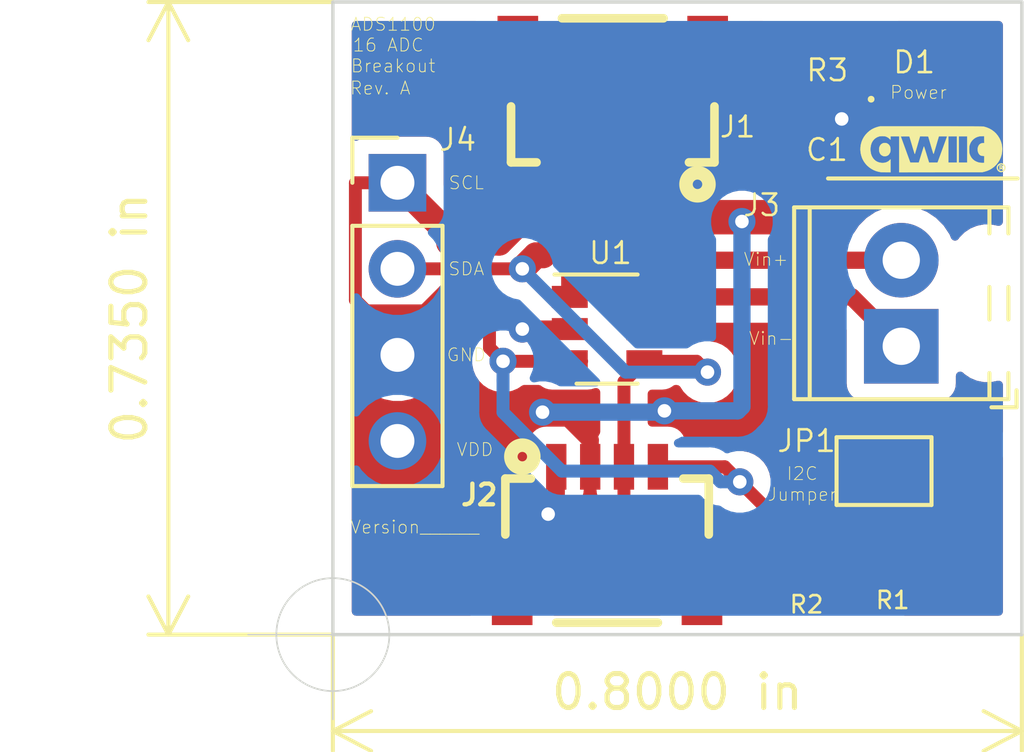
<source format=kicad_pcb>
(kicad_pcb (version 20171130) (host pcbnew "(5.1.5)-3")

  (general
    (thickness 1.6)
    (drawings 19)
    (tracks 112)
    (zones 0)
    (modules 12)
    (nets 9)
  )

  (page A4)
  (layers
    (0 F.Cu signal)
    (31 B.Cu signal)
    (32 B.Adhes user)
    (33 F.Adhes user)
    (34 B.Paste user)
    (35 F.Paste user)
    (36 B.SilkS user)
    (37 F.SilkS user)
    (38 B.Mask user)
    (39 F.Mask user)
    (40 Dwgs.User user)
    (41 Cmts.User user)
    (42 Eco1.User user)
    (43 Eco2.User user)
    (44 Edge.Cuts user)
    (45 Margin user)
    (46 B.CrtYd user)
    (47 F.CrtYd user)
    (48 B.Fab user hide)
    (49 F.Fab user hide)
  )

  (setup
    (last_trace_width 0.25)
    (user_trace_width 0.254)
    (user_trace_width 0.381)
    (user_trace_width 0.508)
    (user_trace_width 0.762)
    (user_trace_width 1.016)
    (trace_clearance 0.2)
    (zone_clearance 0.508)
    (zone_45_only no)
    (trace_min 0.2)
    (via_size 0.8)
    (via_drill 0.4)
    (via_min_size 0.4)
    (via_min_drill 0.3)
    (uvia_size 0.3)
    (uvia_drill 0.1)
    (uvias_allowed no)
    (uvia_min_size 0.2)
    (uvia_min_drill 0.1)
    (edge_width 0.05)
    (segment_width 0.2)
    (pcb_text_width 0.3)
    (pcb_text_size 1.5 1.5)
    (mod_edge_width 0.12)
    (mod_text_size 1 1)
    (mod_text_width 0.15)
    (pad_size 1.524 1.524)
    (pad_drill 0.762)
    (pad_to_mask_clearance 0.051)
    (solder_mask_min_width 0.25)
    (aux_axis_origin 208.153 59.563)
    (grid_origin 222.123 56.642)
    (visible_elements 7FFFFFFF)
    (pcbplotparams
      (layerselection 0x010fc_ffffffff)
      (usegerberextensions false)
      (usegerberattributes false)
      (usegerberadvancedattributes false)
      (creategerberjobfile false)
      (excludeedgelayer true)
      (linewidth 0.100000)
      (plotframeref false)
      (viasonmask false)
      (mode 1)
      (useauxorigin false)
      (hpglpennumber 1)
      (hpglpenspeed 20)
      (hpglpendiameter 15.000000)
      (psnegative false)
      (psa4output false)
      (plotreference true)
      (plotvalue true)
      (plotinvisibletext false)
      (padsonsilk false)
      (subtractmaskfromsilk false)
      (outputformat 1)
      (mirror false)
      (drillshape 0)
      (scaleselection 1)
      (outputdirectory "gerber/"))
  )

  (net 0 "")
  (net 1 SCL)
  (net 2 SDA)
  (net 3 +3V3)
  (net 4 GND)
  (net 5 "Net-(J3-Pad2)")
  (net 6 "Net-(J3-Pad1)")
  (net 7 "Net-(JP1-Pad2)")
  (net 8 "Net-(D1-Pad2)")

  (net_class Default "This is the default net class."
    (clearance 0.2)
    (trace_width 0.25)
    (via_dia 0.8)
    (via_drill 0.4)
    (uvia_dia 0.3)
    (uvia_drill 0.1)
    (add_net +3V3)
    (add_net GND)
    (add_net "Net-(D1-Pad2)")
    (add_net "Net-(J3-Pad1)")
    (add_net "Net-(J3-Pad2)")
    (add_net "Net-(JP1-Pad2)")
    (add_net SCL)
    (add_net SDA)
  )

  (module holdeder:PinHeader_1x04_P2.54mm_Vertical (layer F.Cu) (tedit 5E6B03D0) (tstamp 5E6B440A)
    (at 210.058 46.228)
    (descr "Through hole straight pin header, 1x04, 2.54mm pitch, single row")
    (tags "Through hole pin header THT 1x04 2.54mm single row")
    (path /5E6BE595)
    (fp_text reference J4 (at 1.778 -1.27) (layer F.SilkS)
      (effects (font (size 0.635 0.635) (thickness 0.0762)))
    )
    (fp_text value Conn_01x04 (at 0 9.95) (layer F.Fab)
      (effects (font (size 1 1) (thickness 0.15)))
    )
    (fp_text user %R (at 0 3.81 90) (layer F.Fab)
      (effects (font (size 1 1) (thickness 0.15)))
    )
    (fp_line (start 1.8 -1.8) (end -1.8 -1.8) (layer F.CrtYd) (width 0.05))
    (fp_line (start 1.8 9.4) (end 1.8 -1.8) (layer F.CrtYd) (width 0.05))
    (fp_line (start -1.8 9.4) (end 1.8 9.4) (layer F.CrtYd) (width 0.05))
    (fp_line (start -1.8 -1.8) (end -1.8 9.4) (layer F.CrtYd) (width 0.05))
    (fp_line (start -1.33 -1.33) (end 0 -1.33) (layer F.SilkS) (width 0.12))
    (fp_line (start -1.33 0) (end -1.33 -1.33) (layer F.SilkS) (width 0.12))
    (fp_line (start -1.33 1.27) (end 1.33 1.27) (layer F.SilkS) (width 0.12))
    (fp_line (start 1.33 1.27) (end 1.33 8.95) (layer F.SilkS) (width 0.12))
    (fp_line (start -1.33 1.27) (end -1.33 8.95) (layer F.SilkS) (width 0.12))
    (fp_line (start -1.33 8.95) (end 1.33 8.95) (layer F.SilkS) (width 0.12))
    (fp_line (start -1.27 -0.635) (end -0.635 -1.27) (layer F.Fab) (width 0.1))
    (fp_line (start -1.27 8.89) (end -1.27 -0.635) (layer F.Fab) (width 0.1))
    (fp_line (start 1.27 8.89) (end -1.27 8.89) (layer F.Fab) (width 0.1))
    (fp_line (start 1.27 -1.27) (end 1.27 8.89) (layer F.Fab) (width 0.1))
    (fp_line (start -0.635 -1.27) (end 1.27 -1.27) (layer F.Fab) (width 0.1))
    (pad 4 thru_hole oval (at 0 7.62) (size 1.7 1.7) (drill 1) (layers *.Cu *.Mask)
      (net 3 +3V3))
    (pad 3 thru_hole oval (at 0 5.08) (size 1.7 1.7) (drill 1) (layers *.Cu *.Mask)
      (net 4 GND))
    (pad 2 thru_hole oval (at 0 2.54) (size 1.7 1.7) (drill 1) (layers *.Cu *.Mask)
      (net 2 SDA))
    (pad 1 thru_hole rect (at 0 0) (size 1.7 1.7) (drill 1) (layers *.Cu *.Mask)
      (net 1 SCL))
    (model ${KISYS3DMOD}/Connector_PinHeader_2.54mm.3dshapes/PinHeader_1x04_P2.54mm_Vertical.wrl
      (offset (xyz 0 0 -1.9))
      (scale (xyz 1 1 1))
      (rotate (xyz 0 180 0))
    )
  )

  (module "Qwiic:quicc logo dpi 5000x5000" (layer F.Cu) (tedit 0) (tstamp 5E6E6142)
    (at 225.8187 45.20184)
    (fp_text reference G*** (at 0 0) (layer F.SilkS) hide
      (effects (font (size 1.524 1.524) (thickness 0.3)))
    )
    (fp_text value LOGO (at 0.75 0) (layer F.SilkS) hide
      (effects (font (size 1.524 1.524) (thickness 0.3)))
    )
    (fp_poly (pts (xy 2.02311 0.513108) (xy 2.050217 0.514906) (xy 2.072379 0.519867) (xy 2.087666 0.527433)
      (xy 2.0929 0.533288) (xy 2.097737 0.550249) (xy 2.097005 0.569052) (xy 2.091131 0.585099)
      (xy 2.087677 0.589482) (xy 2.080953 0.597082) (xy 2.080473 0.603196) (xy 2.086075 0.612498)
      (xy 2.086845 0.613612) (xy 2.096481 0.627935) (xy 2.100241 0.635854) (xy 2.098107 0.639264)
      (xy 2.09006 0.640065) (xy 2.08658 0.64008) (xy 2.074307 0.638574) (xy 2.066466 0.632194)
      (xy 2.060963 0.6223) (xy 2.05353 0.610121) (xy 2.044738 0.605157) (xy 2.037162 0.60452)
      (xy 2.026869 0.605502) (xy 2.022647 0.610507) (xy 2.02184 0.6223) (xy 2.020891 0.634323)
      (xy 2.016621 0.639246) (xy 2.00914 0.64008) (xy 1.99644 0.64008) (xy 1.99644 0.579704)
      (xy 2.02184 0.579704) (xy 2.042912 0.578142) (xy 2.060096 0.574568) (xy 2.069556 0.56769)
      (xy 2.072492 0.556028) (xy 2.066376 0.546689) (xy 2.05224 0.540766) (xy 2.042912 0.539457)
      (xy 2.02184 0.537895) (xy 2.02184 0.579704) (xy 1.99644 0.579704) (xy 1.99644 0.51308)
      (xy 2.02311 0.513108)) (layer F.SilkS) (width 0.01))
    (fp_poly (pts (xy -1.349107 -0.143982) (xy -1.316831 -0.133366) (xy -1.287558 -0.114571) (xy -1.279909 -0.10803)
      (xy -1.253747 -0.079161) (xy -1.235254 -0.046027) (xy -1.22408 -0.007612) (xy -1.219875 0.0371)
      (xy -1.220401 0.064648) (xy -1.222066 0.088964) (xy -1.224731 0.107063) (xy -1.229405 0.122887)
      (xy -1.237097 0.140379) (xy -1.242649 0.151489) (xy -1.264434 0.186087) (xy -1.290446 0.211817)
      (xy -1.321726 0.229366) (xy -1.359311 0.239422) (xy -1.378781 0.241705) (xy -1.399769 0.241553)
      (xy -1.421393 0.238726) (xy -1.427839 0.237189) (xy -1.466673 0.22151) (xy -1.498575 0.198479)
      (xy -1.523387 0.168312) (xy -1.540951 0.131231) (xy -1.551108 0.087454) (xy -1.553351 0.063307)
      (xy -1.552574 0.014439) (xy -1.544555 -0.027875) (xy -1.528986 -0.064502) (xy -1.50556 -0.096312)
      (xy -1.492412 -0.109253) (xy -1.463653 -0.12996) (xy -1.431845 -0.142352) (xy -1.394874 -0.147192)
      (xy -1.38684 -0.14732) (xy -1.349107 -0.143982)) (layer F.SilkS) (width 0.01))
    (fp_poly (pts (xy 2.071232 0.455238) (xy 2.103539 0.466286) (xy 2.125042 0.479689) (xy 2.13724 0.491692)
      (xy 2.15005 0.508384) (xy 2.156876 0.519408) (xy 2.165326 0.536608) (xy 2.169803 0.552272)
      (xy 2.171429 0.57117) (xy 2.171531 0.58166) (xy 2.166866 0.618162) (xy 2.153283 0.649901)
      (xy 2.131071 0.6764) (xy 2.100729 0.69708) (xy 2.080541 0.704243) (xy 2.055775 0.708499)
      (xy 2.030622 0.709491) (xy 2.009274 0.706867) (xy 2.00406 0.705254) (xy 1.972775 0.688565)
      (xy 1.947711 0.665421) (xy 1.929533 0.637434) (xy 1.918902 0.606215) (xy 1.916728 0.576691)
      (xy 1.945533 0.576691) (xy 1.948135 0.605178) (xy 1.958667 0.63145) (xy 1.967436 0.643526)
      (xy 1.991692 0.664345) (xy 2.019514 0.676692) (xy 2.04907 0.680097) (xy 2.078528 0.674088)
      (xy 2.081623 0.672857) (xy 2.107554 0.657218) (xy 2.126923 0.635824) (xy 2.139283 0.610534)
      (xy 2.144187 0.583203) (xy 2.141187 0.55569) (xy 2.129837 0.529852) (xy 2.119306 0.516424)
      (xy 2.094261 0.496579) (xy 2.066326 0.485709) (xy 2.037207 0.48373) (xy 2.00861 0.490558)
      (xy 1.982242 0.506107) (xy 1.964403 0.52413) (xy 1.950932 0.548754) (xy 1.945533 0.576691)
      (xy 1.916728 0.576691) (xy 1.916483 0.573377) (xy 1.922938 0.540531) (xy 1.929711 0.524588)
      (xy 1.949835 0.495373) (xy 1.975702 0.473451) (xy 2.00566 0.459201) (xy 2.038054 0.453003)
      (xy 2.071232 0.455238)) (layer F.SilkS) (width 0.01))
    (fp_poly (pts (xy 0.129261 -0.637539) (xy 0.26649 -0.637533) (xy 0.394258 -0.63752) (xy 0.512911 -0.637499)
      (xy 0.6228 -0.637467) (xy 0.724272 -0.637421) (xy 0.817677 -0.637361) (xy 0.903363 -0.637283)
      (xy 0.981679 -0.637186) (xy 1.052973 -0.637067) (xy 1.117595 -0.636924) (xy 1.175894 -0.636756)
      (xy 1.228217 -0.636559) (xy 1.274914 -0.636333) (xy 1.316333 -0.636074) (xy 1.352823 -0.635781)
      (xy 1.384734 -0.635451) (xy 1.412413 -0.635083) (xy 1.436209 -0.634674) (xy 1.456472 -0.634222)
      (xy 1.47355 -0.633725) (xy 1.487791 -0.633181) (xy 1.499544 -0.632587) (xy 1.509159 -0.631942)
      (xy 1.516984 -0.631244) (xy 1.523367 -0.630489) (xy 1.528657 -0.629677) (xy 1.533204 -0.628805)
      (xy 1.5367 -0.628026) (xy 1.619246 -0.603822) (xy 1.696425 -0.571263) (xy 1.767842 -0.530649)
      (xy 1.833102 -0.482282) (xy 1.89181 -0.426465) (xy 1.943572 -0.363499) (xy 1.987994 -0.293687)
      (xy 1.998103 -0.27482) (xy 2.02985 -0.204827) (xy 2.052482 -0.134683) (xy 2.066495 -0.062336)
      (xy 2.07238 0.014269) (xy 2.07264 0.03533) (xy 2.068081 0.119759) (xy 2.054344 0.19987)
      (xy 2.03134 0.275887) (xy 1.998977 0.348035) (xy 1.957165 0.416541) (xy 1.905814 0.481628)
      (xy 1.883874 0.505414) (xy 1.826457 0.55944) (xy 1.765839 0.604896) (xy 1.700794 0.642465)
      (xy 1.630094 0.672829) (xy 1.552515 0.696669) (xy 1.53009 0.702108) (xy 1.48082 0.713439)
      (xy 0.26035 0.71496) (xy -0.96012 0.716482) (xy -0.96012 -0.3429) (xy -0.918496 -0.3429)
      (xy -0.778018 0.044362) (xy -0.63754 0.431625) (xy -0.510202 0.431712) (xy -0.382863 0.4318)
      (xy -0.310043 0.19685) (xy -0.295466 0.14996) (xy -0.281726 0.10603) (xy -0.269127 0.066015)
      (xy -0.257973 0.030869) (xy -0.248569 0.001549) (xy -0.24122 -0.020991) (xy -0.23623 -0.035797)
      (xy -0.233905 -0.041911) (xy -0.233851 -0.041987) (xy -0.231746 -0.038063) (xy -0.226994 -0.025323)
      (xy -0.21989 -0.004677) (xy -0.210732 0.022967) (xy -0.199816 0.056701) (xy -0.187439 0.095615)
      (xy -0.173897 0.1388) (xy -0.159488 0.185349) (xy -0.15715 0.192957) (xy -0.08382 0.431787)
      (xy 0.04321 0.431793) (xy 0.170241 0.4318) (xy 0.31118 0.046462) (xy 0.333038 -0.013336)
      (xy 0.353857 -0.070374) (xy 0.373379 -0.123932) (xy 0.391342 -0.173292) (xy 0.407486 -0.217734)
      (xy 0.42155 -0.256542) (xy 0.433273 -0.288995) (xy 0.442396 -0.314376) (xy 0.448656 -0.331966)
      (xy 0.451795 -0.341047) (xy 0.45212 -0.342158) (xy 0.447269 -0.343067) (xy 0.433639 -0.34388)
      (xy 0.412607 -0.344559) (xy 0.385554 -0.345068) (xy 0.353858 -0.345371) (xy 0.328622 -0.34544)
      (xy 0.48768 -0.34544) (xy 0.48768 0.4318) (xy 0.74168 0.4318) (xy 0.74168 -0.34544)
      (xy 0.79248 -0.34544) (xy 0.79248 0.4318) (xy 1.04648 0.4318) (xy 1.04648 0.04572)
      (xy 1.099834 0.04572) (xy 1.100326 0.086408) (xy 1.102142 0.119517) (xy 1.105811 0.147593)
      (xy 1.111864 0.173185) (xy 1.120833 0.198842) (xy 1.133246 0.227112) (xy 1.140904 0.243009)
      (xy 1.170743 0.292501) (xy 1.208291 0.335496) (xy 1.253063 0.371502) (xy 1.287986 0.392051)
      (xy 1.334712 0.413499) (xy 1.379221 0.428153) (xy 1.424864 0.436777) (xy 1.474988 0.440136)
      (xy 1.4986 0.440155) (xy 1.54686 0.43942) (xy 1.549606 0.234932) (xy 1.504698 0.232785)
      (xy 1.46839 0.228466) (xy 1.439171 0.218798) (xy 1.415005 0.202897) (xy 1.399794 0.187335)
      (xy 1.378226 0.154748) (xy 1.363253 0.117357) (xy 1.354821 0.076999) (xy 1.352872 0.035511)
      (xy 1.35735 -0.005271) (xy 1.368201 -0.04351) (xy 1.385367 -0.077369) (xy 1.408693 -0.104921)
      (xy 1.433373 -0.123883) (xy 1.45868 -0.135564) (xy 1.4879 -0.141172) (xy 1.510133 -0.142129)
      (xy 1.549606 -0.14224) (xy 1.54686 -0.35306) (xy 1.48336 -0.352244) (xy 1.432797 -0.349669)
      (xy 1.388387 -0.342828) (xy 1.346738 -0.330936) (xy 1.304459 -0.31321) (xy 1.2954 -0.308781)
      (xy 1.254573 -0.28384) (xy 1.21542 -0.251439) (xy 1.180457 -0.214057) (xy 1.1522 -0.174173)
      (xy 1.14418 -0.159733) (xy 1.128197 -0.126462) (xy 1.116408 -0.096131) (xy 1.108245 -0.06611)
      (xy 1.10314 -0.033771) (xy 1.100526 0.003517) (xy 1.099834 0.04572) (xy 1.04648 0.04572)
      (xy 1.04648 -0.34544) (xy 0.79248 -0.34544) (xy 0.74168 -0.34544) (xy 0.48768 -0.34544)
      (xy 0.328622 -0.34544) (xy 0.205124 -0.34544) (xy 0.13235 -0.09779) (xy 0.118007 -0.049079)
      (xy 0.104371 -0.002961) (xy 0.09174 0.039572) (xy 0.080411 0.077529) (xy 0.070679 0.109921)
      (xy 0.062843 0.135756) (xy 0.057198 0.154044) (xy 0.054041 0.163795) (xy 0.053704 0.164712)
      (xy 0.052578 0.167252) (xy 0.051364 0.168711) (xy 0.049882 0.16852) (xy 0.047951 0.166105)
      (xy 0.04539 0.160897) (xy 0.042019 0.152323) (xy 0.037656 0.139812) (xy 0.032121 0.122793)
      (xy 0.025233 0.100695) (xy 0.016812 0.072946) (xy 0.006676 0.038976) (xy -0.005355 -0.001789)
      (xy -0.019462 -0.049917) (xy -0.035825 -0.105982) (xy -0.054625 -0.170554) (xy -0.076044 -0.244205)
      (xy -0.080368 -0.25908) (xy -0.104737 -0.3429) (xy -0.349851 -0.34562) (xy -0.362513 -0.30362)
      (xy -0.366619 -0.289776) (xy -0.373164 -0.267422) (xy -0.381785 -0.237812) (xy -0.392117 -0.2022)
      (xy -0.403798 -0.161842) (xy -0.416463 -0.117993) (xy -0.429748 -0.071907) (xy -0.437285 -0.04572)
      (xy -0.450289 -0.000683) (xy -0.462516 0.041341) (xy -0.473666 0.079345) (xy -0.483438 0.112321)
      (xy -0.491534 0.139262) (xy -0.497654 0.159161) (xy -0.501497 0.171012) (xy -0.502679 0.173987)
      (xy -0.504694 0.170002) (xy -0.509267 0.157143) (xy -0.516125 0.136294) (xy -0.524991 0.10834)
      (xy -0.53559 0.074164) (xy -0.547647 0.034648) (xy -0.560885 -0.009323) (xy -0.57503 -0.056865)
      (xy -0.58137 -0.078349) (xy -0.595877 -0.127518) (xy -0.609597 -0.173795) (xy -0.622248 -0.216253)
      (xy -0.633552 -0.253968) (xy -0.64323 -0.28601) (xy -0.651002 -0.311455) (xy -0.65659 -0.329374)
      (xy -0.659714 -0.338842) (xy -0.660213 -0.340057) (xy -0.665634 -0.341958) (xy -0.679481 -0.343331)
      (xy -0.702153 -0.344188) (xy -0.734047 -0.344542) (xy -0.775564 -0.344406) (xy -0.791073 -0.34426)
      (xy -0.918496 -0.3429) (xy -0.96012 -0.3429) (xy -0.96012 -0.34544) (xy -1.2192 -0.34544)
      (xy -1.2192 -0.246728) (xy -1.24587 -0.272727) (xy -1.285516 -0.305531) (xy -1.329456 -0.330187)
      (xy -1.35636 -0.340855) (xy -1.382533 -0.347279) (xy -1.415504 -0.351387) (xy -1.45217 -0.353134)
      (xy -1.489426 -0.352479) (xy -1.52417 -0.349378) (xy -1.553296 -0.343789) (xy -1.554041 -0.343585)
      (xy -1.609361 -0.32321) (xy -1.659212 -0.294383) (xy -1.703111 -0.257505) (xy -1.740577 -0.212975)
      (xy -1.769195 -0.1651) (xy -1.788297 -0.118024) (xy -1.802164 -0.064727) (xy -1.810368 -0.007941)
      (xy -1.812479 0.049604) (xy -1.809678 0.092755) (xy -1.804169 0.133595) (xy -1.797323 0.167764)
      (xy -1.788165 0.198746) (xy -1.775719 0.230024) (xy -1.764509 0.254) (xy -1.735796 0.302203)
      (xy -1.70006 0.34458) (xy -1.658567 0.379844) (xy -1.61544 0.405358) (xy -1.560053 0.426691)
      (xy -1.501803 0.438767) (xy -1.449082 0.44196) (xy -1.393412 0.437515) (xy -1.342407 0.424264)
      (xy -1.296391 0.40233) (xy -1.255691 0.371838) (xy -1.249286 0.365776) (xy -1.2192 0.336337)
      (xy -1.2192 0.71628) (xy -1.34239 0.715426) (xy -1.378 0.715109) (xy -1.411303 0.714682)
      (xy -1.440599 0.714176) (xy -1.464186 0.713624) (xy -1.480363 0.713059) (xy -1.4859 0.712717)
      (xy -1.565814 0.700533) (xy -1.643058 0.679145) (xy -1.716862 0.649127) (xy -1.786457 0.61105)
      (xy -1.851071 0.565489) (xy -1.909937 0.513016) (xy -1.962282 0.454203) (xy -2.007338 0.389623)
      (xy -2.044334 0.31985) (xy -2.058106 0.28702) (xy -2.083018 0.210276) (xy -2.099082 0.132496)
      (xy -2.106073 0.055203) (xy -2.103786 -0.019826) (xy -2.091119 -0.104166) (xy -2.06955 -0.183633)
      (xy -2.038997 -0.258402) (xy -1.999375 -0.328646) (xy -1.950602 -0.394537) (xy -1.896027 -0.452962)
      (xy -1.834204 -0.506149) (xy -1.768007 -0.550517) (xy -1.69667 -0.586489) (xy -1.619428 -0.614488)
      (xy -1.586352 -0.623639) (xy -1.53162 -0.63754) (xy -0.01778 -0.63754) (xy 0.129261 -0.637539)) (layer F.SilkS) (width 0.01))
  )

  (module Resistor_SMD:R_0402_1005Metric (layer F.Cu) (tedit 5B301BBD) (tstamp 5E6B66B9)
    (at 221.488 42.822 90)
    (descr "Resistor SMD 0402 (1005 Metric), square (rectangular) end terminal, IPC_7351 nominal, (Body size source: http://www.tortai-tech.com/upload/download/2011102023233369053.pdf), generated with kicad-footprint-generator")
    (tags resistor)
    (path /5E6E1B06)
    (attr smd)
    (fp_text reference R3 (at -0.08622 1.24714 180) (layer F.SilkS)
      (effects (font (size 0.635 0.635) (thickness 0.0762)))
    )
    (fp_text value R (at 0 1.17 90) (layer F.Fab)
      (effects (font (size 1 1) (thickness 0.15)))
    )
    (fp_text user %R (at 0 0 90) (layer F.Fab)
      (effects (font (size 0.25 0.25) (thickness 0.04)))
    )
    (fp_line (start 0.93 0.47) (end -0.93 0.47) (layer F.CrtYd) (width 0.05))
    (fp_line (start 0.93 -0.47) (end 0.93 0.47) (layer F.CrtYd) (width 0.05))
    (fp_line (start -0.93 -0.47) (end 0.93 -0.47) (layer F.CrtYd) (width 0.05))
    (fp_line (start -0.93 0.47) (end -0.93 -0.47) (layer F.CrtYd) (width 0.05))
    (fp_line (start 0.5 0.25) (end -0.5 0.25) (layer F.Fab) (width 0.1))
    (fp_line (start 0.5 -0.25) (end 0.5 0.25) (layer F.Fab) (width 0.1))
    (fp_line (start -0.5 -0.25) (end 0.5 -0.25) (layer F.Fab) (width 0.1))
    (fp_line (start -0.5 0.25) (end -0.5 -0.25) (layer F.Fab) (width 0.1))
    (pad 2 smd roundrect (at 0.485 0 90) (size 0.59 0.64) (layers F.Cu F.Paste F.Mask) (roundrect_rratio 0.25)
      (net 8 "Net-(D1-Pad2)"))
    (pad 1 smd roundrect (at -0.485 0 90) (size 0.59 0.64) (layers F.Cu F.Paste F.Mask) (roundrect_rratio 0.25)
      (net 3 +3V3))
    (model ${KISYS3DMOD}/Resistor_SMD.3dshapes/R_0402_1005Metric.wrl
      (at (xyz 0 0 0))
      (scale (xyz 1 1 1))
      (rotate (xyz 0 0 0))
    )
  )

  (module LED_SMD:LED_0402_1005Metric (layer F.Cu) (tedit 5B301BBE) (tstamp 5E6B65A0)
    (at 224.028 42.672 90)
    (descr "LED SMD 0402 (1005 Metric), square (rectangular) end terminal, IPC_7351 nominal, (Body size source: http://www.tortai-tech.com/upload/download/2011102023233369053.pdf), generated with kicad-footprint-generator")
    (tags LED)
    (path /5E6E1155)
    (attr smd)
    (fp_text reference D1 (at 0 1.27 180) (layer F.SilkS)
      (effects (font (size 0.635 0.635) (thickness 0.0762)))
    )
    (fp_text value LED (at 0 1.17 90) (layer F.Fab)
      (effects (font (size 1 1) (thickness 0.15)))
    )
    (fp_text user %R (at 0 0 90) (layer F.Fab)
      (effects (font (size 0.25 0.25) (thickness 0.04)))
    )
    (fp_line (start 0.93 0.47) (end -0.93 0.47) (layer F.CrtYd) (width 0.05))
    (fp_line (start 0.93 -0.47) (end 0.93 0.47) (layer F.CrtYd) (width 0.05))
    (fp_line (start -0.93 -0.47) (end 0.93 -0.47) (layer F.CrtYd) (width 0.05))
    (fp_line (start -0.93 0.47) (end -0.93 -0.47) (layer F.CrtYd) (width 0.05))
    (fp_line (start -0.3 0.25) (end -0.3 -0.25) (layer F.Fab) (width 0.1))
    (fp_line (start -0.4 0.25) (end -0.4 -0.25) (layer F.Fab) (width 0.1))
    (fp_line (start 0.5 0.25) (end -0.5 0.25) (layer F.Fab) (width 0.1))
    (fp_line (start 0.5 -0.25) (end 0.5 0.25) (layer F.Fab) (width 0.1))
    (fp_line (start -0.5 -0.25) (end 0.5 -0.25) (layer F.Fab) (width 0.1))
    (fp_line (start -0.5 0.25) (end -0.5 -0.25) (layer F.Fab) (width 0.1))
    (fp_circle (center -1.09 0) (end -1.04 0) (layer F.SilkS) (width 0.1))
    (pad 2 smd roundrect (at 0.485 0 90) (size 0.59 0.64) (layers F.Cu F.Paste F.Mask) (roundrect_rratio 0.25)
      (net 8 "Net-(D1-Pad2)"))
    (pad 1 smd roundrect (at -0.485 0 90) (size 0.59 0.64) (layers F.Cu F.Paste F.Mask) (roundrect_rratio 0.25)
      (net 4 GND))
    (model ${KISYS3DMOD}/LED_SMD.3dshapes/LED_0402_1005Metric.wrl
      (at (xyz 0 0 0))
      (scale (xyz 1 1 1))
      (rotate (xyz 0 0 0))
    )
  )

  (module holdeder:TerminalBlock_Phoenix_MPT-0,5-2-2.54_1x02_P2.54mm_Horizontal (layer F.Cu) (tedit 5E6AF709) (tstamp 5E6B4A33)
    (at 224.917 51.054 90)
    (descr "Terminal Block Phoenix MPT-0,5-2-2.54, 2 pins, pitch 2.54mm, size 5.54x6.2mm^2, drill diamater 1.1mm, pad diameter 2.2mm, see http://www.mouser.com/ds/2/324/ItemDetail_1725656-920552.pdf, script-generated using https://github.com/pointhi/kicad-footprint-generator/scripts/TerminalBlock_Phoenix")
    (tags "THT Terminal Block Phoenix MPT-0,5-2-2.54 pitch 2.54mm size 5.54x6.2mm^2 drill 1.1mm pad 2.2mm")
    (path /5E6B9C4C)
    (fp_text reference J3 (at 4.1656 -4.1148 180) (layer F.SilkS)
      (effects (font (size 0.635 0.635) (thickness 0.0762)))
    )
    (fp_text value Conn_01x02 (at 1.27 4.16 90) (layer F.Fab)
      (effects (font (size 1 1) (thickness 0.15)))
    )
    (fp_text user %R (at 1.27 2 90) (layer F.Fab)
      (effects (font (size 1 1) (thickness 0.15)))
    )
    (fp_line (start 4.54 -3.6) (end -2 -3.6) (layer F.CrtYd) (width 0.05))
    (fp_line (start 4.54 3.6) (end 4.54 -3.6) (layer F.CrtYd) (width 0.05))
    (fp_line (start -2 3.6) (end 4.54 3.6) (layer F.CrtYd) (width 0.05))
    (fp_line (start -2 -3.6) (end -2 3.6) (layer F.CrtYd) (width 0.05))
    (fp_line (start -1.8 3.4) (end -1.3 3.4) (layer F.SilkS) (width 0.12))
    (fp_line (start -1.8 2.66) (end -1.8 3.4) (layer F.SilkS) (width 0.12))
    (fp_line (start 3.241 -0.835) (end 1.706 0.7) (layer F.Fab) (width 0.1))
    (fp_line (start 3.375 -0.7) (end 1.84 0.835) (layer F.Fab) (width 0.1))
    (fp_line (start 0.701 -0.835) (end -0.835 0.7) (layer F.Fab) (width 0.1))
    (fp_line (start 0.835 -0.7) (end -0.701 0.835) (layer F.Fab) (width 0.1))
    (fp_line (start 4.1 -3.16) (end 4.1 3.16) (layer F.SilkS) (width 0.12))
    (fp_line (start -1.56 -3.16) (end -1.56 3.16) (layer F.SilkS) (width 0.12))
    (fp_line (start 3.33 3.16) (end 4.1 3.16) (layer F.SilkS) (width 0.12))
    (fp_line (start 0.79 3.16) (end 1.75 3.16) (layer F.SilkS) (width 0.12))
    (fp_line (start -1.56 3.16) (end -0.79 3.16) (layer F.SilkS) (width 0.12))
    (fp_line (start -1.56 -3.16) (end 4.1 -3.16) (layer F.SilkS) (width 0.12))
    (fp_line (start -1.56 -2.7) (end 4.1 -2.7) (layer F.SilkS) (width 0.12))
    (fp_line (start -1.5 -2.7) (end 4.04 -2.7) (layer F.Fab) (width 0.1))
    (fp_line (start 3.33 2.6) (end 4.1 2.6) (layer F.SilkS) (width 0.12))
    (fp_line (start 0.79 2.6) (end 1.75 2.6) (layer F.SilkS) (width 0.12))
    (fp_line (start -1.56 2.6) (end -0.79 2.6) (layer F.SilkS) (width 0.12))
    (fp_line (start -1.5 2.6) (end 4.04 2.6) (layer F.Fab) (width 0.1))
    (fp_line (start -1.5 2.6) (end -1.5 -3.1) (layer F.Fab) (width 0.1))
    (fp_line (start -1 3.1) (end -1.5 2.6) (layer F.Fab) (width 0.1))
    (fp_line (start 4.04 3.1) (end -1 3.1) (layer F.Fab) (width 0.1))
    (fp_line (start 4.04 -3.1) (end 4.04 3.1) (layer F.Fab) (width 0.1))
    (fp_line (start -1.5 -3.1) (end 4.04 -3.1) (layer F.Fab) (width 0.1))
    (fp_circle (center 2.54 0) (end 3.64 0) (layer F.Fab) (width 0.1))
    (fp_circle (center 0 0) (end 1.1 0) (layer F.Fab) (width 0.1))
    (pad "" np_thru_hole circle (at 2.54 2.54 90) (size 1.1 1.1) (drill 1.1) (layers *.Cu *.Mask))
    (pad 2 thru_hole circle (at 2.54 0 90) (size 2.2 2.2) (drill 1.1) (layers *.Cu *.Mask)
      (net 5 "Net-(J3-Pad2)"))
    (pad "" np_thru_hole circle (at 0 2.54 90) (size 1.1 1.1) (drill 1.1) (layers *.Cu *.Mask))
    (pad 1 thru_hole rect (at 0 0 90) (size 2.2 2.2) (drill 1.1) (layers *.Cu *.Mask)
      (net 6 "Net-(J3-Pad1)"))
    (model C:/Users/Jason/Documents/KiKad/mpt_0_5_2_2_055_cp.wrl
      (offset (xyz 4.11 -3.1 0))
      (scale (xyz 1 1 1))
      (rotate (xyz -90 0 -90))
    )
  )

  (module Package_TO_SOT_SMD:SOT-23-6 (layer F.Cu) (tedit 5A02FF57) (tstamp 5E6B444E)
    (at 216.240505 50.546)
    (descr "6-pin SOT-23 package")
    (tags SOT-23-6)
    (path /5E6AEDAE)
    (attr smd)
    (fp_text reference U1 (at 0.098915 -2.24536) (layer F.SilkS)
      (effects (font (size 0.635 0.635) (thickness 0.0762)))
    )
    (fp_text value ADS1100A0 (at 0 2.9) (layer F.Fab)
      (effects (font (size 1 1) (thickness 0.15)))
    )
    (fp_line (start 0.9 -1.55) (end 0.9 1.55) (layer F.Fab) (width 0.1))
    (fp_line (start 0.9 1.55) (end -0.9 1.55) (layer F.Fab) (width 0.1))
    (fp_line (start -0.9 -0.9) (end -0.9 1.55) (layer F.Fab) (width 0.1))
    (fp_line (start 0.9 -1.55) (end -0.25 -1.55) (layer F.Fab) (width 0.1))
    (fp_line (start -0.9 -0.9) (end -0.25 -1.55) (layer F.Fab) (width 0.1))
    (fp_line (start -1.9 -1.8) (end -1.9 1.8) (layer F.CrtYd) (width 0.05))
    (fp_line (start -1.9 1.8) (end 1.9 1.8) (layer F.CrtYd) (width 0.05))
    (fp_line (start 1.9 1.8) (end 1.9 -1.8) (layer F.CrtYd) (width 0.05))
    (fp_line (start 1.9 -1.8) (end -1.9 -1.8) (layer F.CrtYd) (width 0.05))
    (fp_line (start 0.9 -1.61) (end -1.55 -1.61) (layer F.SilkS) (width 0.12))
    (fp_line (start -0.9 1.61) (end 0.9 1.61) (layer F.SilkS) (width 0.12))
    (fp_text user %R (at 0 0 90) (layer F.Fab)
      (effects (font (size 0.5 0.5) (thickness 0.075)))
    )
    (pad 5 smd rect (at 1.1 0) (size 1.06 0.65) (layers F.Cu F.Paste F.Mask)
      (net 3 +3V3))
    (pad 6 smd rect (at 1.1 -0.95) (size 1.06 0.65) (layers F.Cu F.Paste F.Mask)
      (net 6 "Net-(J3-Pad1)"))
    (pad 4 smd rect (at 1.1 0.95) (size 1.06 0.65) (layers F.Cu F.Paste F.Mask)
      (net 2 SDA))
    (pad 3 smd rect (at -1.1 0.95) (size 1.06 0.65) (layers F.Cu F.Paste F.Mask)
      (net 1 SCL))
    (pad 2 smd rect (at -1.1 0) (size 1.06 0.65) (layers F.Cu F.Paste F.Mask)
      (net 4 GND))
    (pad 1 smd rect (at -1.1 -0.95) (size 1.06 0.65) (layers F.Cu F.Paste F.Mask)
      (net 5 "Net-(J3-Pad2)"))
    (model ${KISYS3DMOD}/Package_TO_SOT_SMD.3dshapes/SOT-23-6.wrl
      (at (xyz 0 0 0))
      (scale (xyz 1 1 1))
      (rotate (xyz 0 0 0))
    )
  )

  (module Resistor_SMD:R_0402_1005Metric (layer F.Cu) (tedit 5B301BBD) (tstamp 5E6B4438)
    (at 222.123 57.277 270)
    (descr "Resistor SMD 0402 (1005 Metric), square (rectangular) end terminal, IPC_7351 nominal, (Body size source: http://www.tortai-tech.com/upload/download/2011102023233369053.pdf), generated with kicad-footprint-generator")
    (tags resistor)
    (path /5E6B816C)
    (attr smd)
    (fp_text reference R2 (at 1.397 0 180) (layer F.SilkS)
      (effects (font (size 0.508 0.508) (thickness 0.0762)))
    )
    (fp_text value R (at 0 1.17 90) (layer F.Fab)
      (effects (font (size 1 1) (thickness 0.15)))
    )
    (fp_text user %R (at 0 0 90) (layer F.Fab)
      (effects (font (size 0.25 0.25) (thickness 0.04)))
    )
    (fp_line (start 0.93 0.47) (end -0.93 0.47) (layer F.CrtYd) (width 0.05))
    (fp_line (start 0.93 -0.47) (end 0.93 0.47) (layer F.CrtYd) (width 0.05))
    (fp_line (start -0.93 -0.47) (end 0.93 -0.47) (layer F.CrtYd) (width 0.05))
    (fp_line (start -0.93 0.47) (end -0.93 -0.47) (layer F.CrtYd) (width 0.05))
    (fp_line (start 0.5 0.25) (end -0.5 0.25) (layer F.Fab) (width 0.1))
    (fp_line (start 0.5 -0.25) (end 0.5 0.25) (layer F.Fab) (width 0.1))
    (fp_line (start -0.5 -0.25) (end 0.5 -0.25) (layer F.Fab) (width 0.1))
    (fp_line (start -0.5 0.25) (end -0.5 -0.25) (layer F.Fab) (width 0.1))
    (pad 2 smd roundrect (at 0.485 0 270) (size 0.59 0.64) (layers F.Cu F.Paste F.Mask) (roundrect_rratio 0.25)
      (net 1 SCL))
    (pad 1 smd roundrect (at -0.485 0 270) (size 0.59 0.64) (layers F.Cu F.Paste F.Mask) (roundrect_rratio 0.25)
      (net 7 "Net-(JP1-Pad2)"))
    (model ${KISYS3DMOD}/Resistor_SMD.3dshapes/R_0402_1005Metric.wrl
      (at (xyz 0 0 0))
      (scale (xyz 1 1 1))
      (rotate (xyz 0 0 0))
    )
  )

  (module Resistor_SMD:R_0402_1005Metric (layer F.Cu) (tedit 5B301BBD) (tstamp 5E6B4429)
    (at 224.663 57.277 270)
    (descr "Resistor SMD 0402 (1005 Metric), square (rectangular) end terminal, IPC_7351 nominal, (Body size source: http://www.tortai-tech.com/upload/download/2011102023233369053.pdf), generated with kicad-footprint-generator")
    (tags resistor)
    (path /5E6B7847)
    (attr smd)
    (fp_text reference R1 (at 1.27 0 180) (layer F.SilkS)
      (effects (font (size 0.508 0.508) (thickness 0.0762)))
    )
    (fp_text value R (at 0 1.17 90) (layer F.Fab)
      (effects (font (size 1 1) (thickness 0.15)))
    )
    (fp_text user %R (at 0 0 90) (layer F.Fab)
      (effects (font (size 0.25 0.25) (thickness 0.04)))
    )
    (fp_line (start 0.93 0.47) (end -0.93 0.47) (layer F.CrtYd) (width 0.05))
    (fp_line (start 0.93 -0.47) (end 0.93 0.47) (layer F.CrtYd) (width 0.05))
    (fp_line (start -0.93 -0.47) (end 0.93 -0.47) (layer F.CrtYd) (width 0.05))
    (fp_line (start -0.93 0.47) (end -0.93 -0.47) (layer F.CrtYd) (width 0.05))
    (fp_line (start 0.5 0.25) (end -0.5 0.25) (layer F.Fab) (width 0.1))
    (fp_line (start 0.5 -0.25) (end 0.5 0.25) (layer F.Fab) (width 0.1))
    (fp_line (start -0.5 -0.25) (end 0.5 -0.25) (layer F.Fab) (width 0.1))
    (fp_line (start -0.5 0.25) (end -0.5 -0.25) (layer F.Fab) (width 0.1))
    (pad 2 smd roundrect (at 0.485 0 270) (size 0.59 0.64) (layers F.Cu F.Paste F.Mask) (roundrect_rratio 0.25)
      (net 2 SDA))
    (pad 1 smd roundrect (at -0.485 0 270) (size 0.59 0.64) (layers F.Cu F.Paste F.Mask) (roundrect_rratio 0.25)
      (net 7 "Net-(JP1-Pad2)"))
    (model ${KISYS3DMOD}/Resistor_SMD.3dshapes/R_0402_1005Metric.wrl
      (at (xyz 0 0 0))
      (scale (xyz 1 1 1))
      (rotate (xyz 0 0 0))
    )
  )

  (module Jumper:SolderJumper-2_P1.3mm_Bridged2Bar_Pad1.0x1.5mm (layer F.Cu) (tedit 5C756A82) (tstamp 5E6B441A)
    (at 224.409 54.737)
    (descr "SMD Solder Jumper, 1x1.5mm Pads, 0.3mm gap, bridged with 2 copper strips")
    (tags "solder jumper open")
    (path /5E6B6F3E)
    (attr virtual)
    (fp_text reference JP1 (at -2.286 -0.889) (layer F.SilkS)
      (effects (font (size 0.635 0.635) (thickness 0.0762)))
    )
    (fp_text value Jumper_2_Bridged (at 0 1.9) (layer F.Fab)
      (effects (font (size 1 1) (thickness 0.15)))
    )
    (fp_poly (pts (xy -0.25 -0.6) (xy 0.25 -0.6) (xy 0.25 -0.2) (xy -0.25 -0.2)) (layer F.Cu) (width 0))
    (fp_poly (pts (xy -0.25 0.2) (xy 0.25 0.2) (xy 0.25 0.6) (xy -0.25 0.6)) (layer F.Cu) (width 0))
    (fp_line (start 1.65 1.25) (end -1.65 1.25) (layer F.CrtYd) (width 0.05))
    (fp_line (start 1.65 1.25) (end 1.65 -1.25) (layer F.CrtYd) (width 0.05))
    (fp_line (start -1.65 -1.25) (end -1.65 1.25) (layer F.CrtYd) (width 0.05))
    (fp_line (start -1.65 -1.25) (end 1.65 -1.25) (layer F.CrtYd) (width 0.05))
    (fp_line (start -1.4 -1) (end 1.4 -1) (layer F.SilkS) (width 0.12))
    (fp_line (start 1.4 -1) (end 1.4 1) (layer F.SilkS) (width 0.12))
    (fp_line (start 1.4 1) (end -1.4 1) (layer F.SilkS) (width 0.12))
    (fp_line (start -1.4 1) (end -1.4 -1) (layer F.SilkS) (width 0.12))
    (pad 2 smd rect (at 0.65 0) (size 1 1.5) (layers F.Cu F.Mask)
      (net 7 "Net-(JP1-Pad2)"))
    (pad 1 smd rect (at -0.65 0) (size 1 1.5) (layers F.Cu F.Mask)
      (net 3 +3V3))
  )

  (module Connectors:1X04_1MM_RA (layer F.Cu) (tedit 5E376297) (tstamp 5E6B43CC)
    (at 216.240505 54.61)
    (descr "SMD- 4 PIN RIGHT ANGLE")
    (tags "SMD- 4 PIN RIGHT ANGLE")
    (path /5E6C4097)
    (attr smd)
    (fp_text reference J2 (at -3.769505 0.83058 180) (layer F.SilkS)
      (effects (font (size 0.6096 0.6096) (thickness 0.127)))
    )
    (fp_text value I2C_STANDARDQWIIC (at 3.683 0.889 90) (layer F.SilkS) hide
      (effects (font (size 0.6096 0.6096) (thickness 0.127)))
    )
    (fp_circle (center -2.49936 -0.29972) (end -2.49936 -0.43942) (layer F.SilkS) (width 0.39878))
    (fp_line (start -2.99974 0.34798) (end -2.2479 0.34798) (layer F.SilkS) (width 0.254))
    (fp_line (start 2.99974 0.34798) (end 2.99974 1.99898) (layer F.SilkS) (width 0.254))
    (fp_line (start 2.2479 0.34798) (end 2.99974 0.34798) (layer F.SilkS) (width 0.254))
    (fp_line (start -2.99974 1.99898) (end -2.99974 0.34798) (layer F.SilkS) (width 0.254))
    (fp_line (start -1.4986 4.59994) (end 1.4986 4.59994) (layer F.SilkS) (width 0.254))
    (pad NC2 smd rect (at -2.79908 3.67284) (size 1.19888 1.99898) (layers F.Cu F.Paste F.Mask)
      (solder_mask_margin 0.1016))
    (pad NC1 smd rect (at 2.79908 3.67284) (size 1.19888 1.99898) (layers F.Cu F.Paste F.Mask)
      (solder_mask_margin 0.1016))
    (pad 4 smd rect (at 1.4986 0) (size 0.59944 1.34874) (layers F.Cu F.Paste F.Mask)
      (net 1 SCL) (solder_mask_margin 0.1016))
    (pad 3 smd rect (at 0.49784 0) (size 0.59944 1.34874) (layers F.Cu F.Paste F.Mask)
      (net 2 SDA) (solder_mask_margin 0.1016))
    (pad 2 smd rect (at -0.49784 0) (size 0.59944 1.34874) (layers F.Cu F.Paste F.Mask)
      (net 3 +3V3) (solder_mask_margin 0.1016))
    (pad 1 smd rect (at -1.4986 0) (size 0.59944 1.34874) (layers F.Cu F.Paste F.Mask)
      (net 4 GND) (solder_mask_margin 0.1016))
    (model C:/Users/Jason/Downloads/SM04B-SRSS-TB/SM04B-SRSS.wrl
      (offset (xyz 0 -0.8 -0.33))
      (scale (xyz 1 1 1))
      (rotate (xyz 0 0 0))
    )
  )

  (module Connectors:1X04_1MM_RA (layer F.Cu) (tedit 5E376297) (tstamp 5E6B43BC)
    (at 216.408 45.974 180)
    (descr "SMD- 4 PIN RIGHT ANGLE")
    (tags "SMD- 4 PIN RIGHT ANGLE")
    (path /5E6C4D8B)
    (attr smd)
    (fp_text reference J1 (at -3.683 1.397 180) (layer F.SilkS)
      (effects (font (size 0.6096 0.6096) (thickness 0.0762)))
    )
    (fp_text value I2C_STANDARDQWIIC (at 3.683 0.889 90) (layer F.SilkS) hide
      (effects (font (size 0.6096 0.635) (thickness 0.127)))
    )
    (fp_circle (center -2.49936 -0.29972) (end -2.49936 -0.43942) (layer F.SilkS) (width 0.39878))
    (fp_line (start -2.99974 0.34798) (end -2.2479 0.34798) (layer F.SilkS) (width 0.254))
    (fp_line (start 2.99974 0.34798) (end 2.99974 1.99898) (layer F.SilkS) (width 0.254))
    (fp_line (start 2.2479 0.34798) (end 2.99974 0.34798) (layer F.SilkS) (width 0.254))
    (fp_line (start -2.99974 1.99898) (end -2.99974 0.34798) (layer F.SilkS) (width 0.254))
    (fp_line (start -1.4986 4.59994) (end 1.4986 4.59994) (layer F.SilkS) (width 0.254))
    (pad NC2 smd rect (at -2.79908 3.67284 180) (size 1.19888 1.99898) (layers F.Cu F.Paste F.Mask)
      (solder_mask_margin 0.1016))
    (pad NC1 smd rect (at 2.79908 3.67284 180) (size 1.19888 1.99898) (layers F.Cu F.Paste F.Mask)
      (solder_mask_margin 0.1016))
    (pad 4 smd rect (at 1.4986 0 180) (size 0.59944 1.34874) (layers F.Cu F.Paste F.Mask)
      (net 1 SCL) (solder_mask_margin 0.1016))
    (pad 3 smd rect (at 0.49784 0 180) (size 0.59944 1.34874) (layers F.Cu F.Paste F.Mask)
      (net 2 SDA) (solder_mask_margin 0.1016))
    (pad 2 smd rect (at -0.49784 0 180) (size 0.59944 1.34874) (layers F.Cu F.Paste F.Mask)
      (net 3 +3V3) (solder_mask_margin 0.1016))
    (pad 1 smd rect (at -1.4986 0 180) (size 0.59944 1.34874) (layers F.Cu F.Paste F.Mask)
      (net 4 GND) (solder_mask_margin 0.1016))
    (model C:/Users/Jason/Downloads/SM04B-SRSS-TB/SM04B-SRSS.wrl
      (offset (xyz 0 -0.8 -0.33))
      (scale (xyz 1 1 1))
      (rotate (xyz 0 0 0))
    )
  )

  (module Capacitor_SMD:C_0402_1005Metric (layer F.Cu) (tedit 5B301BBE) (tstamp 5E6B43AC)
    (at 221.488 45.212 270)
    (descr "Capacitor SMD 0402 (1005 Metric), square (rectangular) end terminal, IPC_7351 nominal, (Body size source: http://www.tortai-tech.com/upload/download/2011102023233369053.pdf), generated with kicad-footprint-generator")
    (tags capacitor)
    (path /5E6B90B5)
    (attr smd)
    (fp_text reference C1 (at 0.04572 -1.23698 180) (layer F.SilkS)
      (effects (font (size 0.635 0.635) (thickness 0.0762)))
    )
    (fp_text value C (at 0 1.17 90) (layer F.Fab)
      (effects (font (size 1 1) (thickness 0.15)))
    )
    (fp_text user %R (at 0 0 90) (layer F.Fab)
      (effects (font (size 0.25 0.25) (thickness 0.04)))
    )
    (fp_line (start 0.93 0.47) (end -0.93 0.47) (layer F.CrtYd) (width 0.05))
    (fp_line (start 0.93 -0.47) (end 0.93 0.47) (layer F.CrtYd) (width 0.05))
    (fp_line (start -0.93 -0.47) (end 0.93 -0.47) (layer F.CrtYd) (width 0.05))
    (fp_line (start -0.93 0.47) (end -0.93 -0.47) (layer F.CrtYd) (width 0.05))
    (fp_line (start 0.5 0.25) (end -0.5 0.25) (layer F.Fab) (width 0.1))
    (fp_line (start 0.5 -0.25) (end 0.5 0.25) (layer F.Fab) (width 0.1))
    (fp_line (start -0.5 -0.25) (end 0.5 -0.25) (layer F.Fab) (width 0.1))
    (fp_line (start -0.5 0.25) (end -0.5 -0.25) (layer F.Fab) (width 0.1))
    (pad 2 smd roundrect (at 0.485 0 270) (size 0.59 0.64) (layers F.Cu F.Paste F.Mask) (roundrect_rratio 0.25)
      (net 4 GND))
    (pad 1 smd roundrect (at -0.485 0 270) (size 0.59 0.64) (layers F.Cu F.Paste F.Mask) (roundrect_rratio 0.25)
      (net 3 +3V3))
    (model ${KISYS3DMOD}/Capacitor_SMD.3dshapes/C_0402_1005Metric.wrl
      (at (xyz 0 0 0))
      (scale (xyz 1 1 1))
      (rotate (xyz 0 0 0))
    )
  )

  (target plus (at 208.153 59.563) (size 5) (width 0.05) (layer Edge.Cuts))
  (dimension 18.669 (width 0.12) (layer F.SilkS)
    (gr_text "0.7350 in" (at 202.0316 50.2285 90) (layer F.SilkS) (tstamp 5E7AF573)
      (effects (font (size 1 1) (thickness 0.15)))
    )
    (feature1 (pts (xy 208.153 40.894) (xy 202.715179 40.894)))
    (feature2 (pts (xy 208.153 59.563) (xy 202.715179 59.563)))
    (crossbar (pts (xy 203.3016 59.563) (xy 203.3016 40.894)))
    (arrow1a (pts (xy 203.3016 40.894) (xy 203.888021 42.020504)))
    (arrow1b (pts (xy 203.3016 40.894) (xy 202.715179 42.020504)))
    (arrow2a (pts (xy 203.3016 59.563) (xy 203.888021 58.436496)))
    (arrow2b (pts (xy 203.3016 59.563) (xy 202.715179 58.436496)))
  )
  (dimension 20.32 (width 0.12) (layer F.SilkS)
    (gr_text "0.8000 in" (at 218.313 63.6778) (layer F.SilkS) (tstamp 5E7AF56D)
      (effects (font (size 1 1) (thickness 0.15)))
    )
    (feature1 (pts (xy 228.473 59.563) (xy 228.473 62.994221)))
    (feature2 (pts (xy 208.153 59.563) (xy 208.153 62.994221)))
    (crossbar (pts (xy 208.153 62.4078) (xy 228.473 62.4078)))
    (arrow1a (pts (xy 228.473 62.4078) (xy 227.346496 62.994221)))
    (arrow1b (pts (xy 228.473 62.4078) (xy 227.346496 61.821379)))
    (arrow2a (pts (xy 208.153 62.4078) (xy 209.279504 62.994221)))
    (arrow2b (pts (xy 208.153 62.4078) (xy 209.279504 61.821379)))
  )
  (gr_line (start 228.346 46.101) (end 222.758 46.101) (layer F.SilkS) (width 0.12))
  (gr_text "Rev. A" (at 209.55 43.434) (layer F.SilkS) (tstamp 5E6B71A1)
    (effects (font (size 0.381 0.381) (thickness 0.0254)))
  )
  (gr_text Version______ (at 210.566 56.388) (layer F.SilkS)
    (effects (font (size 0.381 0.381) (thickness 0.0254)))
  )
  (gr_text Vin- (at 221.0816 50.82286) (layer F.SilkS) (tstamp 5E6B71A1)
    (effects (font (size 0.381 0.381) (thickness 0.0254)))
  )
  (gr_text Vin+ (at 220.9292 48.4886) (layer F.SilkS) (tstamp 5E6B71A1)
    (effects (font (size 0.381 0.381) (thickness 0.0254)))
  )
  (gr_text Power (at 225.425 43.561) (layer F.SilkS) (tstamp 5E6B71A1)
    (effects (font (size 0.381 0.381) (thickness 0.0254)))
  )
  (gr_text "ADS1100\n16 ADC \nBreakout" (at 209.931 42.164) (layer F.SilkS) (tstamp 5E6B71A1)
    (effects (font (size 0.381 0.381) (thickness 0.0254)))
  )
  (gr_text SCL (at 212.09 46.228) (layer F.SilkS) (tstamp 5E6B71A1)
    (effects (font (size 0.381 0.381) (thickness 0.0254)))
  )
  (gr_text SDA (at 212.09 48.768) (layer F.SilkS) (tstamp 5E6B71A1)
    (effects (font (size 0.381 0.381) (thickness 0.0254)))
  )
  (gr_text GND (at 212.09 51.308) (layer F.SilkS) (tstamp 5E6B7199)
    (effects (font (size 0.381 0.381) (thickness 0.0254)))
  )
  (gr_text VDD (at 212.344 54.102) (layer F.SilkS) (tstamp 5E6B7199)
    (effects (font (size 0.381 0.381) (thickness 0.0254)))
  )
  (gr_text "I2C\nJumper" (at 221.996 55.118) (layer F.SilkS)
    (effects (font (size 0.381 0.381) (thickness 0.0254)))
  )
  (gr_line (start 228.473 40.894) (end 228.473 59.563) (layer Edge.Cuts) (width 0.1))
  (gr_line (start 208.153 40.894) (end 228.473 40.894) (layer Edge.Cuts) (width 0.1))
  (gr_line (start 208.153 59.563) (end 208.153 40.894) (layer Edge.Cuts) (width 0.1))
  (gr_line (start 228.473 59.563) (end 208.153 59.563) (layer Edge.Cuts) (width 0.1))

  (segment (start 217.739105 54.61) (end 219.71 54.61) (width 0.381) (layer F.Cu) (net 1))
  (segment (start 219.71 54.61) (end 220.1545 55.0545) (width 0.381) (layer F.Cu) (net 1))
  (segment (start 220.98 56.939) (end 221.803 57.762) (width 0.381) (layer F.Cu) (net 1))
  (segment (start 221.803 57.762) (end 222.123 57.762) (width 0.381) (layer F.Cu) (net 1))
  (segment (start 220.98 55.88) (end 220.98 56.939) (width 0.381) (layer F.Cu) (net 1))
  (segment (start 215.553475 51.496) (end 215.140505 51.496) (width 0.254) (layer F.Cu) (net 1))
  (segment (start 215.140505 51.496) (end 213.172 51.496) (width 0.381) (layer F.Cu) (net 1))
  (segment (start 220.1545 55.0545) (end 220.98 55.88) (width 0.381) (layer F.Cu) (net 1) (tstamp 5E6B6EBF))
  (via (at 220.1545 55.0545) (size 0.8) (drill 0.4) (layers F.Cu B.Cu) (net 1))
  (via (at 213.172 51.496) (size 0.8) (drill 0.4) (layers F.Cu B.Cu) (net 1))
  (segment (start 219.588815 55.0545) (end 219.271315 54.737) (width 0.381) (layer B.Cu) (net 1))
  (segment (start 220.1545 55.0545) (end 219.588815 55.0545) (width 0.381) (layer B.Cu) (net 1))
  (segment (start 213.172 52.061685) (end 213.172 51.496) (width 0.381) (layer B.Cu) (net 1))
  (segment (start 213.172 53.002944) (end 213.172 52.061685) (width 0.381) (layer B.Cu) (net 1))
  (segment (start 214.906056 54.737) (end 213.172 53.002944) (width 0.381) (layer B.Cu) (net 1))
  (segment (start 219.271315 54.737) (end 214.906056 54.737) (width 0.381) (layer B.Cu) (net 1))
  (segment (start 210.312 45.974) (end 210.058 46.228) (width 0.762) (layer F.Cu) (net 1))
  (segment (start 214.9094 45.974) (end 214.9094 46.452737) (width 0.762) (layer F.Cu) (net 1))
  (segment (start 213.956146 47.405991) (end 213.651127 47.405991) (width 0.762) (layer F.Cu) (net 1))
  (segment (start 214.9094 46.452737) (end 213.956146 47.405991) (width 0.762) (layer F.Cu) (net 1))
  (segment (start 213.651127 47.405991) (end 213.060628 47.99649) (width 0.762) (layer F.Cu) (net 1))
  (segment (start 213.060628 47.99649) (end 211.582 47.99649) (width 0.762) (layer F.Cu) (net 1))
  (segment (start 211.582 47.752) (end 210.058 46.228) (width 0.762) (layer F.Cu) (net 1))
  (segment (start 211.582 47.99649) (end 211.582 47.752) (width 0.762) (layer F.Cu) (net 1))
  (segment (start 212.772001 51.096001) (end 213.172 51.496) (width 0.381) (layer F.Cu) (net 1))
  (segment (start 212.772001 50.345057) (end 212.772001 51.096001) (width 0.381) (layer F.Cu) (net 1))
  (segment (start 212.979 50.138058) (end 212.772001 50.345057) (width 0.381) (layer F.Cu) (net 1))
  (segment (start 208.817499 49.686499) (end 209.139501 50.008501) (width 0.381) (layer F.Cu) (net 1))
  (segment (start 209.139501 50.008501) (end 210.849499 50.008501) (width 0.381) (layer F.Cu) (net 1))
  (segment (start 208.827 46.228) (end 208.817499 46.237501) (width 0.381) (layer F.Cu) (net 1))
  (segment (start 210.058 46.228) (end 208.827 46.228) (width 0.381) (layer F.Cu) (net 1))
  (segment (start 210.849499 50.008501) (end 211.455 49.403) (width 0.381) (layer F.Cu) (net 1))
  (segment (start 208.817499 46.237501) (end 208.817499 49.686499) (width 0.381) (layer F.Cu) (net 1))
  (segment (start 212.979 49.657) (end 212.979 50.138058) (width 0.381) (layer F.Cu) (net 1))
  (segment (start 211.455 49.403) (end 211.582 49.403) (width 0.381) (layer F.Cu) (net 1))
  (segment (start 211.63599 49.34901) (end 212.67101 49.34901) (width 0.381) (layer F.Cu) (net 1))
  (segment (start 211.582 49.403) (end 211.63599 49.34901) (width 0.381) (layer F.Cu) (net 1))
  (segment (start 212.67101 49.34901) (end 212.979 49.657) (width 0.381) (layer F.Cu) (net 1))
  (segment (start 224.663 58.057) (end 224.663 57.762) (width 0.381) (layer F.Cu) (net 2))
  (segment (start 221.666838 58.44751) (end 224.27249 58.44751) (width 0.381) (layer F.Cu) (net 2))
  (segment (start 224.27249 58.44751) (end 224.663 58.057) (width 0.381) (layer F.Cu) (net 2))
  (segment (start 220.112177 56.892849) (end 221.666838 58.44751) (width 0.381) (layer F.Cu) (net 2))
  (segment (start 216.738345 54.61) (end 216.738345 55.66537) (width 0.381) (layer F.Cu) (net 2))
  (segment (start 216.738345 52.09816) (end 217.340505 51.496) (width 0.381) (layer F.Cu) (net 2))
  (segment (start 216.738345 54.61) (end 216.738345 52.09816) (width 0.381) (layer F.Cu) (net 2))
  (segment (start 217.340505 51.496) (end 218.882 51.496) (width 0.381) (layer F.Cu) (net 2))
  (segment (start 218.882 51.496) (end 219.202 51.816) (width 0.381) (layer F.Cu) (net 2))
  (via (at 219.202 51.816) (size 0.8) (drill 0.4) (layers F.Cu B.Cu) (net 2))
  (via (at 213.741 48.768) (size 0.8) (drill 0.4) (layers F.Cu B.Cu) (net 2))
  (segment (start 216.789 51.816) (end 213.741 48.768) (width 0.381) (layer B.Cu) (net 2))
  (segment (start 219.202 51.816) (end 216.789 51.816) (width 0.381) (layer B.Cu) (net 2))
  (segment (start 220.112177 56.892849) (end 220.087849 56.892849) (width 0.381) (layer F.Cu) (net 2))
  (segment (start 220.087849 56.892849) (end 219.075 55.88) (width 0.381) (layer F.Cu) (net 2))
  (segment (start 216.952975 55.88) (end 216.738345 55.66537) (width 0.381) (layer F.Cu) (net 2))
  (segment (start 219.075 55.88) (end 216.952975 55.88) (width 0.381) (layer F.Cu) (net 2))
  (segment (start 213.741 48.768) (end 210.058 48.768) (width 0.381) (layer F.Cu) (net 2))
  (segment (start 214.354622 48.368001) (end 215.91016 46.812463) (width 0.762) (layer F.Cu) (net 2))
  (segment (start 214.140999 48.368001) (end 214.354622 48.368001) (width 0.762) (layer F.Cu) (net 2))
  (segment (start 215.91016 46.812463) (end 215.91016 45.974) (width 0.762) (layer F.Cu) (net 2))
  (segment (start 213.741 48.768) (end 214.140999 48.368001) (width 0.762) (layer F.Cu) (net 2))
  (segment (start 221.488 43.307) (end 221.488 44.727) (width 0.508) (layer F.Cu) (net 3))
  (segment (start 216.90584 44.79163) (end 216.90584 45.974) (width 0.508) (layer F.Cu) (net 3))
  (segment (start 216.97047 44.727) (end 216.90584 44.79163) (width 0.508) (layer F.Cu) (net 3))
  (segment (start 221.488 44.727) (end 216.97047 44.727) (width 0.508) (layer F.Cu) (net 3))
  (segment (start 223.759 54.995) (end 223.759 55.245) (width 0.508) (layer F.Cu) (net 3))
  (segment (start 217.340505 50.546) (end 217.424 50.546) (width 0.508) (layer F.Cu) (net 3))
  (segment (start 218.56 50.546) (end 217.340505 50.546) (width 0.508) (layer F.Cu) (net 3))
  (segment (start 210.907999 52.998001) (end 210.058 53.848) (width 0.508) (layer F.Cu) (net 3))
  (segment (start 215.742665 53.819468) (end 214.921198 52.998001) (width 0.508) (layer F.Cu) (net 3))
  (segment (start 214.921198 52.998001) (end 214.336999 52.998001) (width 0.508) (layer F.Cu) (net 3))
  (segment (start 215.742665 54.61) (end 215.742665 53.819468) (width 0.508) (layer F.Cu) (net 3))
  (segment (start 214.336999 52.998001) (end 210.907999 52.998001) (width 0.508) (layer F.Cu) (net 3) (tstamp 5E6B6BAC))
  (via (at 214.336999 52.998001) (size 0.8) (drill 0.4) (layers F.Cu B.Cu) (net 3))
  (via (at 220.218 47.371) (size 0.8) (drill 0.4) (layers F.Cu B.Cu) (net 3))
  (segment (start 216.90584 47.23384) (end 217.17 47.498) (width 0.508) (layer F.Cu) (net 3))
  (segment (start 216.90584 45.974) (end 216.90584 47.23384) (width 0.508) (layer F.Cu) (net 3))
  (via (at 217.932 52.959) (size 0.8) (drill 0.4) (layers F.Cu B.Cu) (net 3))
  (segment (start 217.892999 52.998001) (end 217.932 52.959) (width 0.508) (layer B.Cu) (net 3))
  (segment (start 214.336999 52.998001) (end 217.892999 52.998001) (width 0.508) (layer B.Cu) (net 3))
  (segment (start 217.932 52.959) (end 220.091 52.959) (width 0.508) (layer B.Cu) (net 3))
  (segment (start 220.218 52.832) (end 220.218 47.371) (width 0.508) (layer B.Cu) (net 3))
  (segment (start 220.091 52.959) (end 220.218 52.832) (width 0.508) (layer B.Cu) (net 3))
  (segment (start 222.878 54.737) (end 222.631 54.49) (width 0.381) (layer F.Cu) (net 3))
  (segment (start 223.759 54.737) (end 222.878 54.737) (width 0.381) (layer F.Cu) (net 3))
  (segment (start 222.631 54.49) (end 222.384 54.49) (width 0.381) (layer F.Cu) (net 3))
  (segment (start 222.384 54.49) (end 222.25 54.356) (width 0.381) (layer F.Cu) (net 3))
  (segment (start 221.211 45.974) (end 221.488 45.697) (width 0.508) (layer F.Cu) (net 4))
  (segment (start 217.9066 45.974) (end 221.211 45.974) (width 0.508) (layer F.Cu) (net 4))
  (segment (start 224.028 43.477) (end 224.028 43.452) (width 0.508) (layer F.Cu) (net 4))
  (segment (start 224.028 43.452) (end 224.028 43.157) (width 0.508) (layer F.Cu) (net 4))
  (segment (start 221.808 45.697) (end 223.1605 44.3445) (width 0.508) (layer F.Cu) (net 4))
  (segment (start 221.488 45.697) (end 221.808 45.697) (width 0.508) (layer F.Cu) (net 4))
  (via (at 214.503 56.007) (size 0.8) (drill 0.4) (layers F.Cu B.Cu) (net 4))
  (segment (start 223.1605 44.3445) (end 224.028 43.477) (width 0.508) (layer F.Cu) (net 4) (tstamp 5E6B6BAA))
  (via (at 223.1605 44.3445) (size 0.8) (drill 0.4) (layers F.Cu B.Cu) (net 4))
  (via (at 213.741 50.546) (size 0.8) (drill 0.4) (layers F.Cu B.Cu) (net 4))
  (segment (start 213.741 50.546) (end 215.140505 50.546) (width 0.508) (layer F.Cu) (net 4))
  (segment (start 214.741905 55.768095) (end 214.503 56.007) (width 0.508) (layer F.Cu) (net 4))
  (segment (start 214.741905 54.61) (end 214.741905 55.768095) (width 0.508) (layer F.Cu) (net 4))
  (segment (start 215.140505 49.596) (end 215.345505 49.596) (width 0.508) (layer F.Cu) (net 5))
  (segment (start 215.140505 48.763) (end 215.262505 48.641) (width 0.508) (layer F.Cu) (net 5))
  (segment (start 215.140505 49.596) (end 215.140505 48.763) (width 0.508) (layer F.Cu) (net 5))
  (segment (start 215.389505 48.514) (end 224.917 48.514) (width 0.508) (layer F.Cu) (net 5))
  (segment (start 215.140505 48.763) (end 215.389505 48.514) (width 0.508) (layer F.Cu) (net 5))
  (segment (start 223.459 49.596) (end 224.917 51.054) (width 0.508) (layer F.Cu) (net 6))
  (segment (start 217.340505 49.596) (end 223.459 49.596) (width 0.508) (layer F.Cu) (net 6))
  (segment (start 224.663 55.133) (end 225.059 54.737) (width 0.381) (layer F.Cu) (net 7))
  (segment (start 222.123 56.792) (end 224.663 56.792) (width 0.762) (layer F.Cu) (net 7))
  (segment (start 225.059 56.396) (end 225.059 54.737) (width 0.762) (layer F.Cu) (net 7))
  (segment (start 224.663 56.792) (end 225.059 56.396) (width 0.762) (layer F.Cu) (net 7))
  (segment (start 221.638 42.187) (end 221.488 42.337) (width 0.508) (layer F.Cu) (net 8))
  (segment (start 224.028 42.187) (end 221.638 42.187) (width 0.508) (layer F.Cu) (net 8))

  (zone (net 4) (net_name GND) (layer B.Cu) (tstamp 5E7AF82A) (hatch edge 0.508)
    (connect_pads yes (clearance 0.508))
    (min_thickness 0.254)
    (fill yes (arc_segments 32) (thermal_gap 0.508) (thermal_bridge_width 0.508))
    (polygon
      (pts
        (xy 228.44125 59.563) (xy 208.12125 59.5503) (xy 208.18475 40.8813) (xy 228.50475 40.894)
      )
    )
    (filled_polygon
      (pts
        (xy 227.788 47.371625) (xy 227.573712 47.329) (xy 227.340288 47.329) (xy 227.111348 47.374539) (xy 226.895692 47.463866)
        (xy 226.701606 47.59355) (xy 226.53655 47.758606) (xy 226.50291 47.808952) (xy 226.454537 47.692169) (xy 226.264663 47.408002)
        (xy 226.022998 47.166337) (xy 225.738831 46.976463) (xy 225.423081 46.845675) (xy 225.087883 46.779) (xy 224.746117 46.779)
        (xy 224.410919 46.845675) (xy 224.095169 46.976463) (xy 223.811002 47.166337) (xy 223.569337 47.408002) (xy 223.379463 47.692169)
        (xy 223.248675 48.007919) (xy 223.182 48.343117) (xy 223.182 48.684883) (xy 223.248675 49.020081) (xy 223.379463 49.335831)
        (xy 223.44669 49.436443) (xy 223.365815 49.502815) (xy 223.286463 49.599506) (xy 223.227498 49.70982) (xy 223.191188 49.829518)
        (xy 223.178928 49.954) (xy 223.178928 52.154) (xy 223.191188 52.278482) (xy 223.227498 52.39818) (xy 223.286463 52.508494)
        (xy 223.365815 52.605185) (xy 223.462506 52.684537) (xy 223.57282 52.743502) (xy 223.692518 52.779812) (xy 223.817 52.792072)
        (xy 226.017 52.792072) (xy 226.141482 52.779812) (xy 226.26118 52.743502) (xy 226.371494 52.684537) (xy 226.468185 52.605185)
        (xy 226.547537 52.508494) (xy 226.606502 52.39818) (xy 226.642812 52.278482) (xy 226.655072 52.154) (xy 226.655072 51.927916)
        (xy 226.701606 51.97445) (xy 226.895692 52.104134) (xy 227.111348 52.193461) (xy 227.340288 52.239) (xy 227.573712 52.239)
        (xy 227.788001 52.196375) (xy 227.788001 58.878) (xy 208.838 58.878) (xy 208.838 54.69507) (xy 208.904525 54.794632)
        (xy 209.111368 55.001475) (xy 209.354589 55.16399) (xy 209.624842 55.275932) (xy 209.91174 55.333) (xy 210.20426 55.333)
        (xy 210.491158 55.275932) (xy 210.761411 55.16399) (xy 211.004632 55.001475) (xy 211.211475 54.794632) (xy 211.37399 54.551411)
        (xy 211.485932 54.281158) (xy 211.543 53.99426) (xy 211.543 53.70174) (xy 211.485932 53.414842) (xy 211.37399 53.144589)
        (xy 211.211475 52.901368) (xy 211.004632 52.694525) (xy 210.761411 52.53201) (xy 210.491158 52.420068) (xy 210.20426 52.363)
        (xy 209.91174 52.363) (xy 209.624842 52.420068) (xy 209.354589 52.53201) (xy 209.111368 52.694525) (xy 208.904525 52.901368)
        (xy 208.838 53.00093) (xy 208.838 51.394061) (xy 212.137 51.394061) (xy 212.137 51.597939) (xy 212.176774 51.797898)
        (xy 212.254795 51.986256) (xy 212.346501 52.123504) (xy 212.3465 52.962393) (xy 212.342506 53.002944) (xy 212.3465 53.043494)
        (xy 212.3465 53.043496) (xy 212.358444 53.164769) (xy 212.399435 53.299899) (xy 212.405647 53.320377) (xy 212.482301 53.463786)
        (xy 212.502384 53.488257) (xy 212.585459 53.589485) (xy 212.616966 53.615342) (xy 214.293667 55.292045) (xy 214.319515 55.323541)
        (xy 214.351011 55.349389) (xy 214.351014 55.349392) (xy 214.445213 55.426699) (xy 214.588622 55.503353) (xy 214.74423 55.550556)
        (xy 214.865503 55.5625) (xy 214.865506 55.5625) (xy 214.906056 55.566494) (xy 214.946606 55.5625) (xy 218.929382 55.5625)
        (xy 218.976421 55.609539) (xy 219.002274 55.641041) (xy 219.127973 55.744199) (xy 219.271381 55.820853) (xy 219.426989 55.868056)
        (xy 219.523321 55.877544) (xy 219.664244 55.971705) (xy 219.852602 56.049726) (xy 220.052561 56.0895) (xy 220.256439 56.0895)
        (xy 220.456398 56.049726) (xy 220.644756 55.971705) (xy 220.814274 55.858437) (xy 220.958437 55.714274) (xy 221.071705 55.544756)
        (xy 221.149726 55.356398) (xy 221.1895 55.156439) (xy 221.1895 54.952561) (xy 221.149726 54.752602) (xy 221.071705 54.564244)
        (xy 220.958437 54.394726) (xy 220.814274 54.250563) (xy 220.644756 54.137295) (xy 220.456398 54.059274) (xy 220.256439 54.0195)
        (xy 220.052561 54.0195) (xy 219.852602 54.059274) (xy 219.782253 54.088414) (xy 219.732157 54.047301) (xy 219.588749 53.970647)
        (xy 219.433141 53.923444) (xy 219.311868 53.9115) (xy 219.311865 53.9115) (xy 219.271315 53.907506) (xy 219.230765 53.9115)
        (xy 218.337047 53.9115) (xy 218.422256 53.876205) (xy 218.464468 53.848) (xy 220.04734 53.848) (xy 220.091 53.8523)
        (xy 220.13466 53.848) (xy 220.134667 53.848) (xy 220.265274 53.835136) (xy 220.432851 53.784303) (xy 220.587291 53.701753)
        (xy 220.722659 53.590659) (xy 220.750499 53.556736) (xy 220.815737 53.491498) (xy 220.849659 53.463659) (xy 220.960753 53.328291)
        (xy 221.043303 53.173851) (xy 221.094136 53.006274) (xy 221.107 52.875667) (xy 221.107 52.875661) (xy 221.1113 52.832001)
        (xy 221.107 52.788341) (xy 221.107 47.903468) (xy 221.135205 47.861256) (xy 221.213226 47.672898) (xy 221.253 47.472939)
        (xy 221.253 47.269061) (xy 221.213226 47.069102) (xy 221.135205 46.880744) (xy 221.021937 46.711226) (xy 220.877774 46.567063)
        (xy 220.708256 46.453795) (xy 220.519898 46.375774) (xy 220.319939 46.336) (xy 220.116061 46.336) (xy 219.916102 46.375774)
        (xy 219.727744 46.453795) (xy 219.558226 46.567063) (xy 219.414063 46.711226) (xy 219.300795 46.880744) (xy 219.222774 47.069102)
        (xy 219.183 47.269061) (xy 219.183 47.472939) (xy 219.222774 47.672898) (xy 219.300795 47.861256) (xy 219.329001 47.903469)
        (xy 219.329 50.785985) (xy 219.303939 50.781) (xy 219.100061 50.781) (xy 218.900102 50.820774) (xy 218.711744 50.898795)
        (xy 218.574497 50.9905) (xy 217.130933 50.9905) (xy 214.768429 48.627996) (xy 214.736226 48.466102) (xy 214.658205 48.277744)
        (xy 214.544937 48.108226) (xy 214.400774 47.964063) (xy 214.231256 47.850795) (xy 214.042898 47.772774) (xy 213.842939 47.733)
        (xy 213.639061 47.733) (xy 213.439102 47.772774) (xy 213.250744 47.850795) (xy 213.081226 47.964063) (xy 212.937063 48.108226)
        (xy 212.823795 48.277744) (xy 212.745774 48.466102) (xy 212.706 48.666061) (xy 212.706 48.869939) (xy 212.745774 49.069898)
        (xy 212.823795 49.258256) (xy 212.937063 49.427774) (xy 213.081226 49.571937) (xy 213.250744 49.685205) (xy 213.439102 49.763226)
        (xy 213.600996 49.795429) (xy 215.914568 52.109001) (xy 214.869467 52.109001) (xy 214.827255 52.080796) (xy 214.638897 52.002775)
        (xy 214.438938 51.963001) (xy 214.23506 51.963001) (xy 214.084769 51.992896) (xy 214.089205 51.986256) (xy 214.167226 51.797898)
        (xy 214.207 51.597939) (xy 214.207 51.394061) (xy 214.167226 51.194102) (xy 214.089205 51.005744) (xy 213.975937 50.836226)
        (xy 213.831774 50.692063) (xy 213.662256 50.578795) (xy 213.473898 50.500774) (xy 213.273939 50.461) (xy 213.070061 50.461)
        (xy 212.870102 50.500774) (xy 212.681744 50.578795) (xy 212.512226 50.692063) (xy 212.368063 50.836226) (xy 212.254795 51.005744)
        (xy 212.176774 51.194102) (xy 212.137 51.394061) (xy 208.838 51.394061) (xy 208.838 49.61507) (xy 208.904525 49.714632)
        (xy 209.111368 49.921475) (xy 209.354589 50.08399) (xy 209.624842 50.195932) (xy 209.91174 50.253) (xy 210.20426 50.253)
        (xy 210.491158 50.195932) (xy 210.761411 50.08399) (xy 211.004632 49.921475) (xy 211.211475 49.714632) (xy 211.37399 49.471411)
        (xy 211.485932 49.201158) (xy 211.543 48.91426) (xy 211.543 48.62174) (xy 211.485932 48.334842) (xy 211.37399 48.064589)
        (xy 211.211475 47.821368) (xy 211.07962 47.689513) (xy 211.15218 47.667502) (xy 211.262494 47.608537) (xy 211.359185 47.529185)
        (xy 211.438537 47.432494) (xy 211.497502 47.32218) (xy 211.533812 47.202482) (xy 211.546072 47.078) (xy 211.546072 45.378)
        (xy 211.533812 45.253518) (xy 211.497502 45.13382) (xy 211.438537 45.023506) (xy 211.359185 44.926815) (xy 211.262494 44.847463)
        (xy 211.15218 44.788498) (xy 211.032482 44.752188) (xy 210.908 44.739928) (xy 209.208 44.739928) (xy 209.083518 44.752188)
        (xy 208.96382 44.788498) (xy 208.853506 44.847463) (xy 208.838 44.860188) (xy 208.838 41.579) (xy 227.788 41.579)
      )
    )
  )
  (zone (net 3) (net_name +3V3) (layer F.Cu) (tstamp 5E7AF827) (hatch edge 0.508)
    (connect_pads yes (clearance 0.508))
    (min_thickness 0.254)
    (fill yes (arc_segments 32) (thermal_gap 0.508) (thermal_bridge_width 0.508))
    (polygon
      (pts
        (xy 224.028 53.721) (xy 224.028 55.245) (xy 219.583 55.245) (xy 219.583 59.563) (xy 208.153 59.563)
        (xy 208.153 40.894) (xy 228.473 40.8559) (xy 228.473 53.6829)
      )
    )
    (filled_polygon
      (pts
        (xy 211.958445 50.183232) (xy 211.948674 50.282446) (xy 211.942507 50.345057) (xy 211.946501 50.385607) (xy 211.946501 51.055451)
        (xy 211.942507 51.096001) (xy 211.946501 51.136551) (xy 211.946501 51.136554) (xy 211.958445 51.257827) (xy 211.977968 51.322185)
        (xy 212.005648 51.413434) (xy 212.082302 51.556843) (xy 212.116029 51.597939) (xy 212.143709 51.631667) (xy 212.176774 51.797898)
        (xy 212.254795 51.986256) (xy 212.368063 52.155774) (xy 212.512226 52.299937) (xy 212.681744 52.413205) (xy 212.870102 52.491226)
        (xy 213.070061 52.531) (xy 213.273939 52.531) (xy 213.473898 52.491226) (xy 213.662256 52.413205) (xy 213.799503 52.3215)
        (xy 214.219411 52.3215) (xy 214.256011 52.351537) (xy 214.366325 52.410502) (xy 214.486023 52.446812) (xy 214.610505 52.459072)
        (xy 215.670505 52.459072) (xy 215.794987 52.446812) (xy 215.912846 52.41106) (xy 215.912845 53.575339) (xy 215.908088 53.581136)
        (xy 215.849123 53.69145) (xy 215.812813 53.811148) (xy 215.800553 53.93563) (xy 215.800553 55.28437) (xy 215.812813 55.408852)
        (xy 215.849123 55.52855) (xy 215.908088 55.638864) (xy 215.9111 55.642534) (xy 215.908851 55.66537) (xy 215.92479 55.827196)
        (xy 215.971992 55.982803) (xy 216.048646 56.126212) (xy 216.086755 56.172647) (xy 216.151805 56.251911) (xy 216.183305 56.277762)
        (xy 216.340581 56.435038) (xy 216.366434 56.466541) (xy 216.492133 56.569699) (xy 216.635541 56.646353) (xy 216.791149 56.693556)
        (xy 216.912422 56.7055) (xy 216.912424 56.7055) (xy 216.952975 56.709494) (xy 216.993525 56.7055) (xy 218.174166 56.7055)
        (xy 218.085651 56.752813) (xy 217.98896 56.832165) (xy 217.909608 56.928856) (xy 217.850643 57.03917) (xy 217.814333 57.158868)
        (xy 217.802073 57.28335) (xy 217.802073 58.878) (xy 214.678937 58.878) (xy 214.678937 57.28335) (xy 214.666677 57.158868)
        (xy 214.630367 57.03917) (xy 214.629291 57.037156) (xy 214.804898 57.002226) (xy 214.993256 56.924205) (xy 215.162774 56.810937)
        (xy 215.306937 56.666774) (xy 215.420205 56.497256) (xy 215.498226 56.308898) (xy 215.520369 56.197575) (xy 215.567208 56.109946)
        (xy 215.618041 55.942369) (xy 215.630905 55.811762) (xy 215.630905 55.811755) (xy 215.635205 55.768095) (xy 215.630905 55.724435)
        (xy 215.630905 55.528965) (xy 215.631127 55.52855) (xy 215.667437 55.408852) (xy 215.679697 55.28437) (xy 215.679697 53.93563)
        (xy 215.667437 53.811148) (xy 215.631127 53.69145) (xy 215.572162 53.581136) (xy 215.49281 53.484445) (xy 215.396119 53.405093)
        (xy 215.285805 53.346128) (xy 215.166107 53.309818) (xy 215.041625 53.297558) (xy 214.442185 53.297558) (xy 214.317703 53.309818)
        (xy 214.198005 53.346128) (xy 214.087691 53.405093) (xy 213.991 53.484445) (xy 213.911648 53.581136) (xy 213.852683 53.69145)
        (xy 213.816373 53.811148) (xy 213.804113 53.93563) (xy 213.804113 55.242176) (xy 213.699063 55.347226) (xy 213.585795 55.516744)
        (xy 213.507774 55.705102) (xy 213.468 55.905061) (xy 213.468 56.108939) (xy 213.507774 56.308898) (xy 213.585795 56.497256)
        (xy 213.6847 56.645278) (xy 212.841985 56.645278) (xy 212.717503 56.657538) (xy 212.597805 56.693848) (xy 212.487491 56.752813)
        (xy 212.3908 56.832165) (xy 212.311448 56.928856) (xy 212.252483 57.03917) (xy 212.216173 57.158868) (xy 212.203913 57.28335)
        (xy 212.203913 58.878) (xy 208.838 58.878) (xy 208.838 52.15507) (xy 208.904525 52.254632) (xy 209.111368 52.461475)
        (xy 209.354589 52.62399) (xy 209.624842 52.735932) (xy 209.91174 52.793) (xy 210.20426 52.793) (xy 210.491158 52.735932)
        (xy 210.761411 52.62399) (xy 211.004632 52.461475) (xy 211.211475 52.254632) (xy 211.37399 52.011411) (xy 211.485932 51.741158)
        (xy 211.543 51.45426) (xy 211.543 51.16174) (xy 211.485932 50.874842) (xy 211.38678 50.635468) (xy 211.43604 50.595042)
        (xy 211.461896 50.563536) (xy 211.837203 50.188231) (xy 211.882434 50.17451) (xy 211.961091 50.17451)
      )
    )
    (filled_polygon
      (pts
        (xy 223.178928 50.573163) (xy 223.178928 52.154) (xy 223.191188 52.278482) (xy 223.227498 52.39818) (xy 223.286463 52.508494)
        (xy 223.365815 52.605185) (xy 223.462506 52.684537) (xy 223.57282 52.743502) (xy 223.692518 52.779812) (xy 223.817 52.792072)
        (xy 226.017 52.792072) (xy 226.141482 52.779812) (xy 226.26118 52.743502) (xy 226.371494 52.684537) (xy 226.468185 52.605185)
        (xy 226.547537 52.508494) (xy 226.606502 52.39818) (xy 226.642812 52.278482) (xy 226.655072 52.154) (xy 226.655072 51.927916)
        (xy 226.701606 51.97445) (xy 226.895692 52.104134) (xy 227.111348 52.193461) (xy 227.340288 52.239) (xy 227.573712 52.239)
        (xy 227.788001 52.196375) (xy 227.788001 53.561767) (xy 226.043753 53.576718) (xy 226.010185 53.535815) (xy 225.913494 53.456463)
        (xy 225.80318 53.397498) (xy 225.683482 53.361188) (xy 225.559 53.348928) (xy 224.559 53.348928) (xy 224.434518 53.361188)
        (xy 224.31482 53.397498) (xy 224.204506 53.456463) (xy 224.147665 53.503111) (xy 224.099495 53.507834) (xy 224.040013 53.513248)
        (xy 224.037882 53.513875) (xy 224.035661 53.514093) (xy 223.978379 53.531388) (xy 223.921125 53.548238) (xy 223.919153 53.549269)
        (xy 223.91702 53.549913) (xy 223.864219 53.577988) (xy 223.811297 53.605655) (xy 223.809563 53.607049) (xy 223.807596 53.608095)
        (xy 223.761263 53.645883) (xy 223.714714 53.68331) (xy 223.713283 53.685015) (xy 223.711557 53.686423) (xy 223.673461 53.732473)
        (xy 223.635053 53.778246) (xy 223.63398 53.780198) (xy 223.632561 53.781913) (xy 223.604149 53.834461) (xy 223.575349 53.886847)
        (xy 223.574675 53.888971) (xy 223.573617 53.890928) (xy 223.555966 53.94795) (xy 223.537876 54.004976) (xy 223.537627 54.007192)
        (xy 223.53697 54.009316) (xy 223.530724 54.068743) (xy 223.524062 54.128134) (xy 223.524032 54.132404) (xy 223.524015 54.132567)
        (xy 223.52403 54.13273) (xy 223.524 54.137) (xy 223.524 54.537) (xy 223.529834 54.596505) (xy 223.535248 54.655987)
        (xy 223.535875 54.658118) (xy 223.536093 54.660339) (xy 223.553388 54.717621) (xy 223.55922 54.737438) (xy 223.555966 54.74795)
        (xy 223.537876 54.804976) (xy 223.537627 54.807192) (xy 223.53697 54.809316) (xy 223.530724 54.868743) (xy 223.524062 54.928134)
        (xy 223.524032 54.932404) (xy 223.524015 54.932567) (xy 223.52403 54.93273) (xy 223.524 54.937) (xy 223.524 55.118)
        (xy 221.385433 55.118) (xy 221.181928 54.914496) (xy 221.149726 54.752602) (xy 221.071705 54.564244) (xy 220.958437 54.394726)
        (xy 220.814274 54.250563) (xy 220.644756 54.137295) (xy 220.456398 54.059274) (xy 220.300481 54.028261) (xy 220.296541 54.023459)
        (xy 220.170842 53.920301) (xy 220.027434 53.843647) (xy 219.871826 53.796444) (xy 219.750553 53.7845) (xy 219.75055 53.7845)
        (xy 219.71 53.780506) (xy 219.66945 53.7845) (xy 218.656553 53.7845) (xy 218.628327 53.69145) (xy 218.569362 53.581136)
        (xy 218.49001 53.484445) (xy 218.393319 53.405093) (xy 218.283005 53.346128) (xy 218.163307 53.309818) (xy 218.038825 53.297558)
        (xy 217.563845 53.297558) (xy 217.563845 52.459072) (xy 217.870505 52.459072) (xy 217.994987 52.446812) (xy 218.114685 52.410502)
        (xy 218.224999 52.351537) (xy 218.261599 52.3215) (xy 218.294981 52.3215) (xy 218.398063 52.475774) (xy 218.542226 52.619937)
        (xy 218.711744 52.733205) (xy 218.900102 52.811226) (xy 219.100061 52.851) (xy 219.303939 52.851) (xy 219.503898 52.811226)
        (xy 219.692256 52.733205) (xy 219.861774 52.619937) (xy 220.005937 52.475774) (xy 220.119205 52.306256) (xy 220.197226 52.117898)
        (xy 220.237 51.917939) (xy 220.237 51.714061) (xy 220.197226 51.514102) (xy 220.119205 51.325744) (xy 220.005937 51.156226)
        (xy 219.861774 51.012063) (xy 219.692256 50.898795) (xy 219.503898 50.820774) (xy 219.303939 50.781) (xy 219.295508 50.781)
        (xy 219.199434 50.729647) (xy 219.043826 50.682444) (xy 218.922553 50.6705) (xy 218.92255 50.6705) (xy 218.882 50.666506)
        (xy 218.84145 50.6705) (xy 218.261599 50.6705) (xy 218.224999 50.640463) (xy 218.114685 50.581498) (xy 217.997664 50.546)
        (xy 218.114685 50.510502) (xy 218.162395 50.485) (xy 223.090765 50.485)
      )
    )
    (filled_polygon
      (pts
        (xy 212.371408 43.30065) (xy 212.383668 43.425132) (xy 212.419978 43.54483) (xy 212.478943 43.655144) (xy 212.558295 43.751835)
        (xy 212.654986 43.831187) (xy 212.7653 43.890152) (xy 212.884998 43.926462) (xy 213.00948 43.938722) (xy 214.20836 43.938722)
        (xy 214.332842 43.926462) (xy 214.45254 43.890152) (xy 214.562854 43.831187) (xy 214.659545 43.751835) (xy 214.738897 43.655144)
        (xy 214.797862 43.54483) (xy 214.834172 43.425132) (xy 214.846432 43.30065) (xy 214.846432 41.579) (xy 217.969568 41.579)
        (xy 217.969568 43.30065) (xy 217.981828 43.425132) (xy 218.018138 43.54483) (xy 218.077103 43.655144) (xy 218.156455 43.751835)
        (xy 218.253146 43.831187) (xy 218.36346 43.890152) (xy 218.483158 43.926462) (xy 218.60764 43.938722) (xy 219.80652 43.938722)
        (xy 219.931002 43.926462) (xy 220.0507 43.890152) (xy 220.161014 43.831187) (xy 220.257705 43.751835) (xy 220.337057 43.655144)
        (xy 220.396022 43.54483) (xy 220.432332 43.425132) (xy 220.444592 43.30065) (xy 220.444592 41.579) (xy 220.827055 41.579)
        (xy 220.760017 41.634017) (xy 220.662321 41.75306) (xy 220.589726 41.888875) (xy 220.545023 42.036243) (xy 220.529928 42.1895)
        (xy 220.529928 42.4845) (xy 220.545023 42.637757) (xy 220.589726 42.785125) (xy 220.662321 42.92094) (xy 220.760017 43.039983)
        (xy 220.87906 43.137679) (xy 221.014875 43.210274) (xy 221.162243 43.254977) (xy 221.3155 43.270072) (xy 221.6605 43.270072)
        (xy 221.813757 43.254977) (xy 221.961125 43.210274) (xy 222.09694 43.137679) (xy 222.172096 43.076) (xy 223.069928 43.076)
        (xy 223.069928 43.177837) (xy 222.908395 43.33937) (xy 222.858602 43.349274) (xy 222.670244 43.427295) (xy 222.500726 43.540563)
        (xy 222.356563 43.684726) (xy 222.243295 43.854244) (xy 222.165274 44.042602) (xy 222.15537 44.092395) (xy 221.483837 44.763928)
        (xy 221.3155 44.763928) (xy 221.162243 44.779023) (xy 221.014875 44.823726) (xy 220.87906 44.896321) (xy 220.760017 44.994017)
        (xy 220.685349 45.085) (xy 218.804786 45.085) (xy 218.795822 45.05545) (xy 218.736857 44.945136) (xy 218.657505 44.848445)
        (xy 218.560814 44.769093) (xy 218.4505 44.710128) (xy 218.330802 44.673818) (xy 218.20632 44.661558) (xy 217.60688 44.661558)
        (xy 217.482398 44.673818) (xy 217.3627 44.710128) (xy 217.252386 44.769093) (xy 217.155695 44.848445) (xy 217.076343 44.945136)
        (xy 217.017378 45.05545) (xy 216.981068 45.175148) (xy 216.968808 45.29963) (xy 216.968808 46.64837) (xy 216.981068 46.772852)
        (xy 217.017378 46.89255) (xy 217.076343 47.002864) (xy 217.155695 47.099555) (xy 217.252386 47.178907) (xy 217.3627 47.237872)
        (xy 217.482398 47.274182) (xy 217.60688 47.286442) (xy 218.20632 47.286442) (xy 218.330802 47.274182) (xy 218.4505 47.237872)
        (xy 218.560814 47.178907) (xy 218.657505 47.099555) (xy 218.736857 47.002864) (xy 218.795822 46.89255) (xy 218.804786 46.863)
        (xy 221.16734 46.863) (xy 221.211 46.8673) (xy 221.25466 46.863) (xy 221.254667 46.863) (xy 221.385274 46.850136)
        (xy 221.552851 46.799303) (xy 221.707291 46.716753) (xy 221.841594 46.606533) (xy 221.936985 46.577597) (xy 221.982274 46.573136)
        (xy 222.149851 46.522303) (xy 222.304291 46.439753) (xy 222.439659 46.328659) (xy 222.467499 46.294736) (xy 223.412605 45.34963)
        (xy 223.462398 45.339726) (xy 223.650756 45.261705) (xy 223.820274 45.148437) (xy 223.964437 45.004274) (xy 224.077705 44.834756)
        (xy 224.155726 44.646398) (xy 224.16563 44.596605) (xy 224.625737 44.136498) (xy 224.659659 44.108659) (xy 224.770753 43.973291)
        (xy 224.853303 43.818851) (xy 224.893989 43.684726) (xy 224.904136 43.651276) (xy 224.904708 43.645473) (xy 224.926274 43.605125)
        (xy 224.970977 43.457757) (xy 224.986072 43.3045) (xy 224.986072 43.0095) (xy 224.970977 42.856243) (xy 224.926274 42.708875)
        (xy 224.906564 42.672) (xy 224.926274 42.635125) (xy 224.970977 42.487757) (xy 224.986072 42.3345) (xy 224.986072 42.0395)
        (xy 224.970977 41.886243) (xy 224.926274 41.738875) (xy 224.853679 41.60306) (xy 224.833933 41.579) (xy 227.788 41.579)
        (xy 227.788 47.371625) (xy 227.573712 47.329) (xy 227.340288 47.329) (xy 227.111348 47.374539) (xy 226.895692 47.463866)
        (xy 226.701606 47.59355) (xy 226.53655 47.758606) (xy 226.50291 47.808952) (xy 226.454537 47.692169) (xy 226.264663 47.408002)
        (xy 226.022998 47.166337) (xy 225.738831 46.976463) (xy 225.423081 46.845675) (xy 225.087883 46.779) (xy 224.746117 46.779)
        (xy 224.410919 46.845675) (xy 224.095169 46.976463) (xy 223.811002 47.166337) (xy 223.569337 47.408002) (xy 223.424344 47.625)
        (xy 216.534464 47.625) (xy 216.593293 47.566171) (xy 216.632056 47.534359) (xy 216.75902 47.379653) (xy 216.8514 47.206821)
        (xy 216.853362 47.203151) (xy 216.911458 47.011634) (xy 216.931075 46.812463) (xy 216.92616 46.762561) (xy 216.92616 45.924099)
        (xy 216.911458 45.77483) (xy 216.853362 45.583313) (xy 216.847952 45.573192) (xy 216.847952 45.29963) (xy 216.835692 45.175148)
        (xy 216.799382 45.05545) (xy 216.740417 44.945136) (xy 216.661065 44.848445) (xy 216.564374 44.769093) (xy 216.45406 44.710128)
        (xy 216.334362 44.673818) (xy 216.20988 44.661558) (xy 215.61044 44.661558) (xy 215.485958 44.673818) (xy 215.40978 44.696926)
        (xy 215.333602 44.673818) (xy 215.20912 44.661558) (xy 214.60968 44.661558) (xy 214.485198 44.673818) (xy 214.3655 44.710128)
        (xy 214.255186 44.769093) (xy 214.158495 44.848445) (xy 214.079143 44.945136) (xy 214.020178 45.05545) (xy 213.983868 45.175148)
        (xy 213.971608 45.29963) (xy 213.971608 45.573192) (xy 213.966198 45.583314) (xy 213.908102 45.77483) (xy 213.8934 45.924099)
        (xy 213.8934 46.031896) (xy 213.528104 46.397193) (xy 213.451956 46.404693) (xy 213.26044 46.462789) (xy 213.083937 46.557131)
        (xy 212.929231 46.684095) (xy 212.897414 46.722864) (xy 212.639788 46.98049) (xy 212.247331 46.98049) (xy 211.546072 46.279231)
        (xy 211.546072 45.378) (xy 211.533812 45.253518) (xy 211.497502 45.13382) (xy 211.438537 45.023506) (xy 211.359185 44.926815)
        (xy 211.262494 44.847463) (xy 211.15218 44.788498) (xy 211.032482 44.752188) (xy 210.908 44.739928) (xy 209.208 44.739928)
        (xy 209.083518 44.752188) (xy 208.96382 44.788498) (xy 208.853506 44.847463) (xy 208.838 44.860188) (xy 208.838 41.579)
        (xy 212.371408 41.579)
      )
    )
  )
  (zone (net 7) (net_name "Net-(JP1-Pad2)") (layer F.Cu) (tstamp 5E7AF824) (hatch edge 0.508)
    (connect_pads yes (clearance 0.508))
    (min_thickness 0.254)
    (fill yes (arc_segments 32) (thermal_gap 0.508) (thermal_bridge_width 0.508))
    (polygon
      (pts
        (xy 228.4476 59.563) (xy 220.218 59.5503) (xy 220.218 55.88) (xy 224.536 55.88) (xy 224.536 54.229)
        (xy 228.473 54.229)
      )
    )
    (filled_polygon
      (pts
        (xy 227.788001 58.878) (xy 225.009432 58.878) (xy 225.21804 58.669393) (xy 225.249541 58.643541) (xy 225.352699 58.517842)
        (xy 225.373115 58.479647) (xy 225.390983 58.464983) (xy 225.488679 58.34594) (xy 225.561274 58.210125) (xy 225.605977 58.062757)
        (xy 225.621072 57.9095) (xy 225.621072 57.6145) (xy 225.605977 57.461243) (xy 225.561274 57.313875) (xy 225.488679 57.17806)
        (xy 225.390983 57.059017) (xy 225.27194 56.961321) (xy 225.136125 56.888726) (xy 224.988757 56.844023) (xy 224.8355 56.828928)
        (xy 224.4905 56.828928) (xy 224.337243 56.844023) (xy 224.189875 56.888726) (xy 224.05406 56.961321) (xy 223.935017 57.059017)
        (xy 223.837321 57.17806) (xy 223.764726 57.313875) (xy 223.720023 57.461243) (xy 223.704928 57.6145) (xy 223.704928 57.62201)
        (xy 223.081072 57.62201) (xy 223.081072 57.6145) (xy 223.065977 57.461243) (xy 223.021274 57.313875) (xy 222.948679 57.17806)
        (xy 222.850983 57.059017) (xy 222.73194 56.961321) (xy 222.596125 56.888726) (xy 222.448757 56.844023) (xy 222.2955 56.828928)
        (xy 222.037361 56.828928) (xy 221.8055 56.597067) (xy 221.8055 56.007) (xy 222.891667 56.007) (xy 222.904506 56.017537)
        (xy 223.01482 56.076502) (xy 223.134518 56.112812) (xy 223.259 56.125072) (xy 223.624688 56.125072) (xy 223.759 56.138301)
        (xy 223.893312 56.125072) (xy 224.259 56.125072) (xy 224.383482 56.112812) (xy 224.50318 56.076502) (xy 224.613494 56.017537)
        (xy 224.670335 55.970889) (xy 224.718505 55.966166) (xy 224.777987 55.960752) (xy 224.780118 55.960125) (xy 224.782339 55.959907)
        (xy 224.839621 55.942612) (xy 224.896875 55.925762) (xy 224.898847 55.924731) (xy 224.90098 55.924087) (xy 224.953781 55.896012)
        (xy 225.006703 55.868345) (xy 225.008437 55.866951) (xy 225.010404 55.865905) (xy 225.056737 55.828117) (xy 225.103286 55.79069)
        (xy 225.104717 55.788985) (xy 225.106443 55.787577) (xy 225.144539 55.741527) (xy 225.182947 55.695754) (xy 225.18402 55.693802)
        (xy 225.185439 55.692087) (xy 225.213851 55.639539) (xy 225.242651 55.587153) (xy 225.243325 55.585029) (xy 225.244383 55.583072)
        (xy 225.262034 55.52605) (xy 225.280124 55.469024) (xy 225.280373 55.466808) (xy 225.28103 55.464684) (xy 225.287276 55.405257)
        (xy 225.293938 55.345866) (xy 225.293968 55.341596) (xy 225.293985 55.341433) (xy 225.29397 55.34127) (xy 225.294 55.337)
        (xy 225.294 54.937) (xy 225.288166 54.877495) (xy 225.282752 54.818013) (xy 225.282125 54.815882) (xy 225.281907 54.813661)
        (xy 225.264612 54.756379) (xy 225.25878 54.736562) (xy 225.262034 54.72605) (xy 225.280124 54.669024) (xy 225.280373 54.666808)
        (xy 225.28103 54.664684) (xy 225.287276 54.605257) (xy 225.293938 54.545866) (xy 225.293968 54.541596) (xy 225.293985 54.541433)
        (xy 225.29397 54.54127) (xy 225.294 54.537) (xy 225.294 54.356) (xy 227.788001 54.356)
      )
    )
  )
)

</source>
